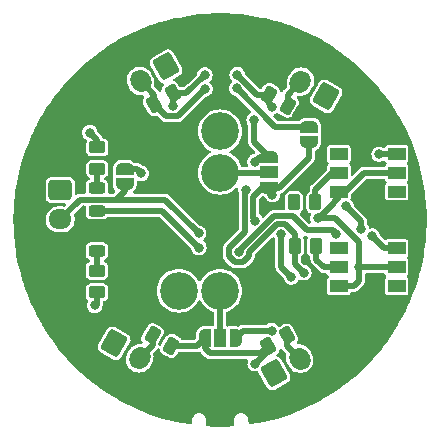
<source format=gbr>
%TF.GenerationSoftware,KiCad,Pcbnew,(7.0.0)*%
%TF.CreationDate,2023-06-29T20:54:47-07:00*%
%TF.ProjectId,glowprism_pipe_pcb,676c6f77-7072-4697-936d-5f706970655f,rev?*%
%TF.SameCoordinates,Original*%
%TF.FileFunction,Copper,L1,Top*%
%TF.FilePolarity,Positive*%
%FSLAX46Y46*%
G04 Gerber Fmt 4.6, Leading zero omitted, Abs format (unit mm)*
G04 Created by KiCad (PCBNEW (7.0.0)) date 2023-06-29 20:54:47*
%MOMM*%
%LPD*%
G01*
G04 APERTURE LIST*
G04 Aperture macros list*
%AMRoundRect*
0 Rectangle with rounded corners*
0 $1 Rounding radius*
0 $2 $3 $4 $5 $6 $7 $8 $9 X,Y pos of 4 corners*
0 Add a 4 corners polygon primitive as box body*
4,1,4,$2,$3,$4,$5,$6,$7,$8,$9,$2,$3,0*
0 Add four circle primitives for the rounded corners*
1,1,$1+$1,$2,$3*
1,1,$1+$1,$4,$5*
1,1,$1+$1,$6,$7*
1,1,$1+$1,$8,$9*
0 Add four rect primitives between the rounded corners*
20,1,$1+$1,$2,$3,$4,$5,0*
20,1,$1+$1,$4,$5,$6,$7,0*
20,1,$1+$1,$6,$7,$8,$9,0*
20,1,$1+$1,$8,$9,$2,$3,0*%
%AMHorizOval*
0 Thick line with rounded ends*
0 $1 width*
0 $2 $3 position (X,Y) of the first rounded end (center of the circle)*
0 $4 $5 position (X,Y) of the second rounded end (center of the circle)*
0 Add line between two ends*
20,1,$1,$2,$3,$4,$5,0*
0 Add two circle primitives to create the rounded ends*
1,1,$1,$2,$3*
1,1,$1,$4,$5*%
%AMFreePoly0*
4,1,19,0.500000,-0.750000,0.000000,-0.750000,0.000000,-0.744911,-0.071157,-0.744911,-0.207708,-0.704816,-0.327430,-0.627875,-0.420627,-0.520320,-0.479746,-0.390866,-0.500000,-0.250000,-0.500000,0.250000,-0.479746,0.390866,-0.420627,0.520320,-0.327430,0.627875,-0.207708,0.704816,-0.071157,0.744911,0.000000,0.744911,0.000000,0.750000,0.500000,0.750000,0.500000,-0.750000,0.500000,-0.750000,
$1*%
%AMFreePoly1*
4,1,19,0.000000,0.744911,0.071157,0.744911,0.207708,0.704816,0.327430,0.627875,0.420627,0.520320,0.479746,0.390866,0.500000,0.250000,0.500000,-0.250000,0.479746,-0.390866,0.420627,-0.520320,0.327430,-0.627875,0.207708,-0.704816,0.071157,-0.744911,0.000000,-0.744911,0.000000,-0.750000,-0.500000,-0.750000,-0.500000,0.750000,0.000000,0.750000,0.000000,0.744911,0.000000,0.744911,
$1*%
%AMFreePoly2*
4,1,19,0.550000,-0.750000,0.000000,-0.750000,0.000000,-0.744911,-0.071157,-0.744911,-0.207708,-0.704816,-0.327430,-0.627875,-0.420627,-0.520320,-0.479746,-0.390866,-0.500000,-0.250000,-0.500000,0.250000,-0.479746,0.390866,-0.420627,0.520320,-0.327430,0.627875,-0.207708,0.704816,-0.071157,0.744911,0.000000,0.744911,0.000000,0.750000,0.550000,0.750000,0.550000,-0.750000,0.550000,-0.750000,
$1*%
%AMFreePoly3*
4,1,19,0.000000,0.744911,0.071157,0.744911,0.207708,0.704816,0.327430,0.627875,0.420627,0.520320,0.479746,0.390866,0.500000,0.250000,0.500000,-0.250000,0.479746,-0.390866,0.420627,-0.520320,0.327430,-0.627875,0.207708,-0.704816,0.071157,-0.744911,0.000000,-0.744911,0.000000,-0.750000,-0.550000,-0.750000,-0.550000,0.750000,0.000000,0.750000,0.000000,0.744911,0.000000,0.744911,
$1*%
G04 Aperture macros list end*
%TA.AperFunction,SMDPad,CuDef*%
%ADD10FreePoly0,270.000000*%
%TD*%
%TA.AperFunction,SMDPad,CuDef*%
%ADD11FreePoly1,270.000000*%
%TD*%
%TA.AperFunction,SMDPad,CuDef*%
%ADD12RoundRect,0.250000X-0.262500X-0.450000X0.262500X-0.450000X0.262500X0.450000X-0.262500X0.450000X0*%
%TD*%
%TA.AperFunction,SMDPad,CuDef*%
%ADD13RoundRect,0.250000X-0.450000X0.262500X-0.450000X-0.262500X0.450000X-0.262500X0.450000X0.262500X0*%
%TD*%
%TA.AperFunction,SMDPad,CuDef*%
%ADD14FreePoly2,0.000000*%
%TD*%
%TA.AperFunction,SMDPad,CuDef*%
%ADD15R,1.000000X1.500000*%
%TD*%
%TA.AperFunction,SMDPad,CuDef*%
%ADD16FreePoly3,0.000000*%
%TD*%
%TA.AperFunction,SMDPad,CuDef*%
%ADD17FreePoly2,90.000000*%
%TD*%
%TA.AperFunction,SMDPad,CuDef*%
%ADD18R,1.500000X1.000000*%
%TD*%
%TA.AperFunction,SMDPad,CuDef*%
%ADD19FreePoly3,90.000000*%
%TD*%
%TA.AperFunction,SMDPad,CuDef*%
%ADD20FreePoly0,90.000000*%
%TD*%
%TA.AperFunction,SMDPad,CuDef*%
%ADD21FreePoly1,90.000000*%
%TD*%
%TA.AperFunction,ComponentPad*%
%ADD22C,3.200000*%
%TD*%
%TA.AperFunction,SMDPad,CuDef*%
%ADD23RoundRect,0.250000X0.450000X-0.262500X0.450000X0.262500X-0.450000X0.262500X-0.450000X-0.262500X0*%
%TD*%
%TA.AperFunction,SMDPad,CuDef*%
%ADD24RoundRect,0.250000X0.002332X0.520961X-0.452332X0.258461X-0.002332X-0.520961X0.452332X-0.258461X0*%
%TD*%
%TA.AperFunction,SMDPad,CuDef*%
%ADD25RoundRect,0.250000X0.452332X0.258461X-0.002332X0.520961X-0.452332X-0.258461X0.002332X-0.520961X0*%
%TD*%
%TA.AperFunction,SMDPad,CuDef*%
%ADD26RoundRect,0.250000X-0.452332X-0.258461X0.002332X-0.520961X0.452332X0.258461X-0.002332X0.520961X0*%
%TD*%
%TA.AperFunction,SMDPad,CuDef*%
%ADD27RoundRect,0.250000X-0.002332X-0.520961X0.452332X-0.258461X0.002332X0.520961X-0.452332X0.258461X0*%
%TD*%
%TA.AperFunction,SMDPad,CuDef*%
%ADD28RoundRect,0.243750X-0.456250X0.243750X-0.456250X-0.243750X0.456250X-0.243750X0.456250X0.243750X0*%
%TD*%
%TA.AperFunction,SMDPad,CuDef*%
%ADD29RoundRect,0.243750X0.456250X-0.243750X0.456250X0.243750X-0.456250X0.243750X-0.456250X-0.243750X0*%
%TD*%
%TA.AperFunction,ComponentPad*%
%ADD30HorizOval,1.700000X-0.062500X0.108253X0.062500X-0.108253X0*%
%TD*%
%TA.AperFunction,ComponentPad*%
%ADD31RoundRect,0.250000X-0.157115X-0.927868X0.882115X-0.327868X0.157115X0.927868X-0.882115X0.327868X0*%
%TD*%
%TA.AperFunction,ComponentPad*%
%ADD32RoundRect,0.250000X0.882115X0.327868X-0.157115X0.927868X-0.882115X-0.327868X0.157115X-0.927868X0*%
%TD*%
%TA.AperFunction,ComponentPad*%
%ADD33HorizOval,1.700000X0.062500X0.108253X-0.062500X-0.108253X0*%
%TD*%
%TA.AperFunction,ComponentPad*%
%ADD34HorizOval,1.700000X-0.062500X-0.108253X0.062500X0.108253X0*%
%TD*%
%TA.AperFunction,ComponentPad*%
%ADD35RoundRect,0.250000X-0.882115X-0.327868X0.157115X-0.927868X0.882115X0.327868X-0.157115X0.927868X0*%
%TD*%
%TA.AperFunction,ComponentPad*%
%ADD36RoundRect,0.250000X0.157115X0.927868X-0.882115X0.327868X-0.157115X-0.927868X0.882115X-0.327868X0*%
%TD*%
%TA.AperFunction,ComponentPad*%
%ADD37O,1.950000X1.700000*%
%TD*%
%TA.AperFunction,ComponentPad*%
%ADD38RoundRect,0.250000X-0.725000X0.600000X-0.725000X-0.600000X0.725000X-0.600000X0.725000X0.600000X0*%
%TD*%
%TA.AperFunction,ViaPad*%
%ADD39C,0.800000*%
%TD*%
%TA.AperFunction,Conductor*%
%ADD40C,0.500000*%
%TD*%
G04 APERTURE END LIST*
D10*
%TO.P,JP1,1,A*%
%TO.N,Net-(J4-Pin_2)*%
X7543800Y7904000D03*
D11*
%TO.P,JP1,2,B*%
%TO.N,DO*%
X7543800Y6604000D03*
%TD*%
D12*
%TO.P,R6,2*%
%TO.N,Net-(D2-DIN)*%
X8075300Y1498600D03*
%TO.P,R6,1*%
%TO.N,DO*%
X6250300Y1498600D03*
%TD*%
D13*
%TO.P,R8,2*%
%TO.N,Net-(D4-K)*%
X-10414000Y4308700D03*
%TO.P,R8,1*%
%TO.N,GND*%
X-10414000Y6133700D03*
%TD*%
D12*
%TO.P,R5,2*%
%TO.N,Net-(D1-DIN)*%
X8152900Y-2209800D03*
%TO.P,R5,1*%
%TO.N,DI*%
X6327900Y-2209800D03*
%TD*%
D14*
%TO.P,JP4,1,A*%
%TO.N,DI*%
X-1295400Y-10007600D03*
D15*
%TO.P,JP4,2,C*%
%TO.N,Net-(J7-Pin_2)*%
X4599Y-10007599D03*
D16*
%TO.P,JP4,3,B*%
%TO.N,DO*%
X1304600Y-10007600D03*
%TD*%
D17*
%TO.P,JP3,1,A*%
%TO.N,DO*%
X4150100Y2738600D03*
D18*
%TO.P,JP3,2,C*%
%TO.N,Net-(J6-Pin_2)*%
X4150099Y4038599D03*
D19*
%TO.P,JP3,3,B*%
%TO.N,DI*%
X4150100Y5338600D03*
%TD*%
D20*
%TO.P,JP2,1,A*%
%TO.N,Net-(J5-Pin_2)*%
X-8077200Y3018000D03*
D21*
%TO.P,JP2,2,B*%
%TO.N,DI*%
X-8077200Y4318000D03*
%TD*%
D22*
%TO.P,J7,1,Pin_1*%
%TO.N,GND*%
X-3500000Y-6000000D03*
%TO.P,J7,2,Pin_2*%
%TO.N,Net-(J7-Pin_2)*%
X0Y-6000000D03*
%TO.P,J7,3,Pin_3*%
%TO.N,VCC*%
X3500000Y-6000000D03*
%TD*%
%TO.P,J6,1,Pin_1*%
%TO.N,GND*%
X0Y7500000D03*
%TO.P,J6,2,Pin_2*%
%TO.N,Net-(J6-Pin_2)*%
X0Y4000000D03*
%TO.P,J6,3,Pin_3*%
%TO.N,VCC*%
X0Y500000D03*
%TD*%
D23*
%TO.P,R7,1*%
%TO.N,GND*%
X-10425600Y-6121800D03*
%TO.P,R7,2*%
%TO.N,Net-(D3-K)*%
X-10425600Y-4296800D03*
%TD*%
D24*
%TO.P,R1,2*%
%TO.N,DI*%
X4061152Y-10692450D03*
%TO.P,R1,1*%
%TO.N,Net-(J1-Pin_2)*%
X5641648Y-9779950D03*
%TD*%
D25*
%TO.P,R2,2*%
%TO.N,DI*%
X4137352Y10590850D03*
%TO.P,R2,1*%
%TO.N,Net-(J2-Pin_2)*%
X5717848Y9678350D03*
%TD*%
D26*
%TO.P,R3,2*%
%TO.N,DI*%
X-4137352Y-10667050D03*
%TO.P,R3,1*%
%TO.N,Net-(J3-Pin_2)*%
X-5717848Y-9754550D03*
%TD*%
D27*
%TO.P,R4,2*%
%TO.N,DI*%
X-4010352Y10717850D03*
%TO.P,R4,1*%
%TO.N,Net-(J4-Pin_2)*%
X-5590848Y9805350D03*
%TD*%
D18*
%TO.P,D1,1,DOUT*%
%TO.N,unconnected-(D1-DOUT-Pad1)*%
X10049999Y-2399999D03*
%TO.P,D1,2,DIN*%
%TO.N,Net-(D1-DIN)*%
X10049999Y-3999999D03*
%TO.P,D1,3,VCC*%
%TO.N,+5V*%
X10049999Y-5599999D03*
%TO.P,D1,4,NC*%
%TO.N,unconnected-(D1-NC-Pad4)*%
X14949999Y-5599999D03*
%TO.P,D1,5,VDD*%
%TO.N,+5V*%
X14949999Y-3999999D03*
%TO.P,D1,6,VSS*%
%TO.N,GND*%
X14949999Y-2399999D03*
%TD*%
%TO.P,D2,6,VSS*%
%TO.N,GND*%
X14949999Y5599999D03*
%TO.P,D2,5,VDD*%
%TO.N,+5V*%
X14949999Y3999999D03*
%TO.P,D2,4,NC*%
%TO.N,unconnected-(D2-NC-Pad4)*%
X14949999Y2399999D03*
%TO.P,D2,3,VCC*%
%TO.N,+5V*%
X10049999Y2399999D03*
%TO.P,D2,2,DIN*%
%TO.N,Net-(D2-DIN)*%
X10049999Y3999999D03*
%TO.P,D2,1,DOUT*%
%TO.N,unconnected-(D2-DOUT-Pad1)*%
X10049999Y5599999D03*
%TD*%
D28*
%TO.P,D4,1,K*%
%TO.N,Net-(D4-K)*%
X-10425600Y2662400D03*
%TO.P,D4,2,A*%
%TO.N,+5V*%
X-10425600Y787400D03*
%TD*%
D29*
%TO.P,D3,1,K*%
%TO.N,Net-(D3-K)*%
X-10425600Y-2641600D03*
%TO.P,D3,2,A*%
%TO.N,VCC*%
X-10425600Y-766600D03*
%TD*%
D30*
%TO.P,J1,3,Pin_3*%
%TO.N,VCC*%
X8900421Y-10495983D03*
%TO.P,J1,2,Pin_2*%
%TO.N,Net-(J1-Pin_2)*%
X6735358Y-11745983D03*
D31*
%TO.P,J1,1,Pin_1*%
%TO.N,GND*%
X4570295Y-12995984D03*
%TD*%
D32*
%TO.P,J2,1,Pin_1*%
%TO.N,GND*%
X8969705Y10455984D03*
D33*
%TO.P,J2,2,Pin_2*%
%TO.N,Net-(J2-Pin_2)*%
X6804640Y11705983D03*
%TO.P,J2,3,Pin_3*%
%TO.N,VCC*%
X4639577Y12955983D03*
%TD*%
D34*
%TO.P,J3,3,Pin_3*%
%TO.N,VCC*%
X-4639577Y-12955983D03*
%TO.P,J3,2,Pin_2*%
%TO.N,Net-(J3-Pin_2)*%
X-6804640Y-11705983D03*
D35*
%TO.P,J3,1,Pin_1*%
%TO.N,GND*%
X-8969705Y-10455984D03*
%TD*%
D36*
%TO.P,J4,1,Pin_1*%
%TO.N,GND*%
X-4570295Y12995984D03*
D30*
%TO.P,J4,2,Pin_2*%
%TO.N,Net-(J4-Pin_2)*%
X-6735358Y11745983D03*
%TO.P,J4,3,Pin_3*%
%TO.N,VCC*%
X-8900421Y10495983D03*
%TD*%
D37*
%TO.P,J5,3,Pin_3*%
%TO.N,VCC*%
X-13539999Y-2459999D03*
%TO.P,J5,2,Pin_2*%
%TO.N,Net-(J5-Pin_2)*%
X-13539999Y39999D03*
D38*
%TO.P,J5,1,Pin_1*%
%TO.N,GND*%
X-13540000Y2540000D03*
%TD*%
D39*
%TO.N,DO*%
X2955610Y-51784D03*
X5181600Y-1219200D03*
X6045200Y-4851400D03*
X4354328Y-9365134D03*
X4425532Y2133767D03*
%TO.N,VCC*%
X4191000Y-2473000D03*
%TO.N,DI*%
X2950713Y4935403D03*
X2173100Y2570535D03*
X4394200Y9550400D03*
X2875324Y8463324D03*
%TO.N,Net-(J4-Pin_2)*%
X-1278912Y11083312D03*
X1393212Y11146812D03*
%TO.N,DI*%
X-3962400Y9626600D03*
X7086600Y-4470400D03*
X2971800Y-12166600D03*
%TO.N,Net-(J5-Pin_2)*%
X10668000Y1143000D03*
X11938000Y-736600D03*
X9854500Y-1173876D03*
X1599700Y-2717800D03*
%TO.N,GND*%
X12877800Y-1371600D03*
X13462000Y5562600D03*
%TO.N,+5V*%
X11760200Y-3962400D03*
X8255000Y127000D03*
%TO.N,DI*%
X-1295400Y12268200D03*
X1447800Y12293600D03*
X-6680200Y3937000D03*
%TO.N,+5V*%
X-1803400Y-2336800D03*
%TO.N,GND*%
X-11023600Y7391400D03*
X-10617200Y-7239000D03*
%TO.N,Net-(J5-Pin_2)*%
X-1812312Y-1126512D03*
%TD*%
D40*
%TO.N,DO*%
X2776867Y762000D02*
X2776867Y126959D01*
X2776867Y126959D02*
X2955610Y-51784D01*
X2776867Y1972220D02*
X2776867Y762000D01*
X3543247Y2738600D02*
X2776867Y1972220D01*
X4150100Y2738600D02*
X3543247Y2738600D01*
X1947066Y-9365134D02*
X4354328Y-9365134D01*
X6045200Y-4851400D02*
X5181600Y-3987800D01*
X5181600Y-3987800D02*
X5181600Y-1219200D01*
X1304600Y-10007600D02*
X1947066Y-9365134D01*
X4425532Y2463168D02*
X4150100Y2738600D01*
X4425532Y2133767D02*
X4425532Y2463168D01*
%TO.N,VCC*%
X3500000Y-6000000D02*
X3500000Y-3164000D01*
X3500000Y-3164000D02*
X4191000Y-2473000D01*
%TO.N,DI*%
X749700Y-3086500D02*
X749700Y-2365718D01*
X1231000Y-3567800D02*
X749700Y-3086500D01*
X1951782Y-3567800D02*
X1231000Y-3567800D01*
X2449700Y-3069882D02*
X1951782Y-3567800D01*
X2449700Y-2749019D02*
X2449700Y-3069882D01*
X4829519Y-369200D02*
X2449700Y-2749019D01*
X5533682Y-369200D02*
X4829519Y-369200D01*
X6327900Y-1163418D02*
X5533682Y-369200D01*
X6327900Y-2209800D02*
X6327900Y-1163418D01*
X2076867Y-1038551D02*
X749700Y-2365718D01*
X2173100Y2570535D02*
X2076867Y2474302D01*
X2076867Y2474302D02*
X2076867Y-1038551D01*
X3353910Y5338600D02*
X2950713Y4935403D01*
X4150100Y5338600D02*
X3353910Y5338600D01*
X2875324Y8463324D02*
X2875324Y6613376D01*
X4137352Y9807248D02*
X4394200Y9550400D01*
X2875324Y6613376D02*
X4150100Y5338600D01*
X4137352Y10590850D02*
X4137352Y9807248D01*
%TO.N,Net-(J4-Pin_2)*%
X4636024Y7904000D02*
X1393212Y11146812D01*
X7543800Y7904000D02*
X4636024Y7904000D01*
X-4562098Y8776600D02*
X-5590848Y9805350D01*
X-3585624Y8776600D02*
X-4562098Y8776600D01*
X-1278912Y11083312D02*
X-3585624Y8776600D01*
%TO.N,DO*%
X5000100Y2738600D02*
X4150100Y2738600D01*
X7543800Y5282300D02*
X5000100Y2738600D01*
X7543800Y6604000D02*
X7543800Y5282300D01*
%TO.N,DI*%
X-4010352Y9674552D02*
X-3962400Y9626600D01*
X-4010352Y10717850D02*
X-4010352Y9674552D01*
%TO.N,Net-(D1-DIN)*%
X8800000Y-4000000D02*
X10050000Y-4000000D01*
X8152900Y-2209800D02*
X8152900Y-3352900D01*
X8152900Y-3352900D02*
X8800000Y-4000000D01*
%TO.N,Net-(J6-Pin_2)*%
X4111500Y4000000D02*
X4150100Y4038600D01*
X0Y4000000D02*
X4111500Y4000000D01*
%TO.N,DI*%
X6324600Y-2213100D02*
X6327900Y-2209800D01*
X6324600Y-3708400D02*
X6324600Y-2213100D01*
X7086600Y-4470400D02*
X6324600Y-3708400D01*
X4061152Y-11077248D02*
X2971800Y-12166600D01*
X4061152Y-10692450D02*
X4061152Y-11077248D01*
%TO.N,Net-(D2-DIN)*%
X9500000Y4000000D02*
X10050000Y4000000D01*
X8075300Y2575300D02*
X9500000Y4000000D01*
X8075300Y1498600D02*
X8075300Y2575300D01*
%TO.N,Net-(J5-Pin_2)*%
X11938000Y-127000D02*
X10668000Y1143000D01*
X9569624Y-889000D02*
X9854500Y-1173876D01*
X6146200Y330800D02*
X7366000Y-889000D01*
X7366000Y-889000D02*
X9569624Y-889000D01*
X4539569Y330800D02*
X6146200Y330800D01*
X1599700Y-2609069D02*
X4539569Y330800D01*
X1599700Y-2717800D02*
X1599700Y-2609069D01*
X11938000Y-736600D02*
X11938000Y-127000D01*
%TO.N,+5V*%
X9677400Y1549400D02*
X10050000Y1922000D01*
X9677400Y1398251D02*
X9677400Y1549400D01*
X8406149Y127000D02*
X9677400Y1398251D01*
X8255000Y127000D02*
X8406149Y127000D01*
%TO.N,GND*%
X13906200Y-2400000D02*
X12877800Y-1371600D01*
X14950000Y-2400000D02*
X13906200Y-2400000D01*
X13499400Y5600000D02*
X13462000Y5562600D01*
X14950000Y5600000D02*
X13499400Y5600000D01*
%TO.N,+5V*%
X12200000Y4000000D02*
X10600000Y2400000D01*
X10600000Y2400000D02*
X10050000Y2400000D01*
X14950000Y4000000D02*
X12200000Y4000000D01*
X11797800Y-4000000D02*
X11760200Y-3962400D01*
X14950000Y-4000000D02*
X11797800Y-4000000D01*
X11760200Y-5139800D02*
X11760200Y-3962400D01*
X10050000Y-5600000D02*
X11300000Y-5600000D01*
X11300000Y-5600000D02*
X11760200Y-5139800D01*
X11760200Y-1878200D02*
X11760200Y-3962400D01*
X9755000Y127000D02*
X11760200Y-1878200D01*
X8255000Y127000D02*
X9755000Y127000D01*
X10050000Y2400000D02*
X10050000Y1922000D01*
%TO.N,DI*%
X3476002Y-11277600D02*
X4061152Y-10692450D01*
X-875400Y-11277600D02*
X3476002Y-11277600D01*
X-1295400Y-10857600D02*
X-875400Y-11277600D01*
X-1295400Y-10007600D02*
X-1295400Y-10857600D01*
X-1954850Y-10667050D02*
X-1295400Y-10007600D01*
X-4137352Y-10667050D02*
X-1954850Y-10667050D01*
X3150550Y10590850D02*
X1447800Y12293600D01*
X4137352Y10590850D02*
X3150550Y10590850D01*
X-2845750Y10717850D02*
X-1295400Y12268200D01*
X-4010352Y10717850D02*
X-2845750Y10717850D01*
X-7061200Y4318000D02*
X-6680200Y3937000D01*
X-8077200Y4318000D02*
X-7061200Y4318000D01*
%TO.N,Net-(J5-Pin_2)*%
X-8839200Y1724900D02*
X-4663724Y1724900D01*
X-11855100Y1724900D02*
X-8839200Y1724900D01*
X-8077200Y3018000D02*
X-8077200Y2486900D01*
X-8077200Y2486900D02*
X-8839200Y1724900D01*
%TO.N,Net-(J7-Pin_2)*%
X0Y-6000000D02*
X0Y-10003000D01*
X0Y-10003000D02*
X4600Y-10007600D01*
%TO.N,+5V*%
X-6807200Y787400D02*
X-4927600Y787400D01*
X-4927600Y787400D02*
X-1803400Y-2336800D01*
X-10425600Y787400D02*
X-6807200Y787400D01*
%TO.N,Net-(D4-K)*%
X-10425600Y4297100D02*
X-10414000Y4308700D01*
X-10425600Y2662400D02*
X-10425600Y4297100D01*
%TO.N,Net-(D3-K)*%
X-10425600Y-2641600D02*
X-10425600Y-4296800D01*
%TO.N,GND*%
X-10414000Y6781800D02*
X-11023600Y7391400D01*
X-10414000Y6133700D02*
X-10414000Y6781800D01*
X-10425600Y-7047400D02*
X-10617200Y-7239000D01*
X-10425600Y-6121800D02*
X-10425600Y-7047400D01*
%TO.N,Net-(J5-Pin_2)*%
X-13540000Y40000D02*
X-11855100Y1724900D01*
X-4663724Y1724900D02*
X-1812312Y-1126512D01*
%TO.N,Net-(J4-Pin_2)*%
X-5590848Y10601473D02*
X-6735359Y11745984D01*
X-5590848Y9805350D02*
X-5590848Y10601473D01*
%TO.N,Net-(J1-Pin_2)*%
X5641648Y-10652273D02*
X6735359Y-11745984D01*
X5641648Y-9779950D02*
X5641648Y-10652273D01*
%TO.N,Net-(J3-Pin_2)*%
X-5717848Y-9754550D02*
X-5717848Y-10619191D01*
X-5717848Y-10619191D02*
X-6804641Y-11705984D01*
%TO.N,Net-(J2-Pin_2)*%
X5717848Y10619191D02*
X6804641Y11705984D01*
X5717848Y9678350D02*
X5717848Y10619191D01*
%TD*%
%TA.AperFunction,Conductor*%
%TO.N,VCC*%
G36*
X227622Y17494573D02*
G01*
X602571Y17485637D01*
X605478Y17485533D01*
X1054330Y17464293D01*
X1057326Y17464115D01*
X1431344Y17437331D01*
X1434196Y17437094D01*
X1881626Y17394653D01*
X1884657Y17394328D01*
X2256975Y17349755D01*
X2259766Y17349388D01*
X2704660Y17285851D01*
X2707717Y17285376D01*
X3077431Y17223127D01*
X3080157Y17222637D01*
X3521682Y17138117D01*
X3524759Y17137487D01*
X3890964Y17057720D01*
X3893617Y17057112D01*
X4330787Y16951785D01*
X4333876Y16950998D01*
X4695720Y16853914D01*
X4698297Y16853193D01*
X5130088Y16727295D01*
X5133180Y16726349D01*
X5489929Y16612155D01*
X5492425Y16611327D01*
X5917865Y16465131D01*
X5920953Y16464024D01*
X6271734Y16333010D01*
X6274144Y16332081D01*
X6692331Y16165886D01*
X6695406Y16164616D01*
X7039431Y16017087D01*
X7041751Y16016064D01*
X7451687Y15830256D01*
X7454741Y15828822D01*
X7791286Y15665102D01*
X7793514Y15663990D01*
X8194357Y15458937D01*
X8197379Y15457338D01*
X8525529Y15277886D01*
X8527661Y15276692D01*
X8918513Y15052836D01*
X8921497Y15051072D01*
X9240600Y14856265D01*
X9242633Y14854996D01*
X9622651Y14612800D01*
X9625587Y14610870D01*
X9934781Y14401263D01*
X9936714Y14399926D01*
X10305110Y14139861D01*
X10307988Y14137767D01*
X10606661Y13913805D01*
X10608491Y13912406D01*
X10964361Y13635079D01*
X10967173Y13632821D01*
X11254609Y13395073D01*
X11256335Y13393619D01*
X11598961Y13099556D01*
X11601697Y13097136D01*
X11877223Y12846197D01*
X11878844Y12844694D01*
X12207392Y12534572D01*
X12210044Y12531993D01*
X12473105Y12268409D01*
X12474620Y12266864D01*
X12788350Y11941343D01*
X12790909Y11938607D01*
X13040885Y11663043D01*
X13042294Y11661463D01*
X13340522Y11321210D01*
X13342978Y11318320D01*
X13579317Y11031431D01*
X13580620Y11029822D01*
X13862673Y10675550D01*
X13865017Y10672510D01*
X14087143Y10375059D01*
X14088341Y10373427D01*
X14353596Y10005854D01*
X14355820Y10002668D01*
X14563269Y9695346D01*
X14564362Y9693699D01*
X14812171Y9313656D01*
X14814267Y9310328D01*
X15006633Y8993811D01*
X15007623Y8992153D01*
X15237425Y8600423D01*
X15239383Y8596960D01*
X15416192Y8272114D01*
X15417080Y8270452D01*
X15628361Y7867817D01*
X15630173Y7864223D01*
X15791045Y7531861D01*
X15791833Y7530200D01*
X15984101Y7117483D01*
X15985760Y7113765D01*
X16130382Y6774661D01*
X16131073Y6773008D01*
X16303838Y6351127D01*
X16305335Y6347290D01*
X16433415Y6002279D01*
X16434011Y6000639D01*
X16586856Y5570461D01*
X16588184Y5566514D01*
X16699502Y5216357D01*
X16700005Y5214735D01*
X16832508Y4777279D01*
X16833661Y4773228D01*
X16927995Y4418825D01*
X16928409Y4417226D01*
X17040277Y3973238D01*
X17041246Y3969092D01*
X17118390Y3611518D01*
X17118719Y3609947D01*
X17209659Y3160268D01*
X17210438Y3156035D01*
X17270314Y2796056D01*
X17270560Y2794517D01*
X17340271Y2340207D01*
X17340856Y2335895D01*
X17383427Y1974214D01*
X17383594Y1972712D01*
X17431830Y1514891D01*
X17432214Y1510510D01*
X17457439Y1148179D01*
X17457532Y1146716D01*
X17484134Y686059D01*
X17484310Y681619D01*
X17492219Y319656D01*
X17492242Y318237D01*
X17497052Y-144238D01*
X17497018Y-148729D01*
X17487701Y-509573D01*
X17487658Y-510945D01*
X17470560Y-974288D01*
X17470309Y-978818D01*
X17443903Y-1337552D01*
X17443799Y-1338873D01*
X17404721Y-1802079D01*
X17404251Y-1806639D01*
X17360933Y-2162485D01*
X17360772Y-2163754D01*
X17299676Y-2625852D01*
X17298984Y-2630430D01*
X17239019Y-2982307D01*
X17238805Y-2983522D01*
X17155652Y-3443773D01*
X17154735Y-3448358D01*
X17078422Y-3795396D01*
X17078161Y-3796554D01*
X16973001Y-4253865D01*
X16971855Y-4258446D01*
X16879511Y-4599920D01*
X16879221Y-4600974D01*
X16839816Y-4741546D01*
X16752118Y-5054393D01*
X16750742Y-5058960D01*
X16642781Y-5393944D01*
X16642441Y-5394983D01*
X16493494Y-5843556D01*
X16491888Y-5848096D01*
X16368819Y-6175620D01*
X16368447Y-6176599D01*
X16197707Y-6619595D01*
X16195869Y-6624097D01*
X16058206Y-6943365D01*
X16057806Y-6944282D01*
X15865448Y-7380684D01*
X15863380Y-7385136D01*
X15711689Y-7695385D01*
X15711266Y-7696240D01*
X15497439Y-8125181D01*
X15495140Y-8129571D01*
X15330257Y-8429663D01*
X15329818Y-8430457D01*
X15094509Y-8851399D01*
X15091980Y-8855715D01*
X14914522Y-9145109D01*
X14914070Y-9145841D01*
X14657603Y-9557637D01*
X14654847Y-9561867D01*
X14465665Y-9839744D01*
X14465204Y-9840416D01*
X14187643Y-10242404D01*
X14184663Y-10246537D01*
X13984774Y-10512007D01*
X13984310Y-10512619D01*
X13685739Y-10904080D01*
X13682537Y-10908102D01*
X13473011Y-11160397D01*
X13472549Y-11160951D01*
X13152995Y-11541209D01*
X13149574Y-11545110D01*
X12931594Y-11783495D01*
X12931138Y-11783992D01*
X12590627Y-12152336D01*
X12586993Y-12156104D01*
X12361724Y-12380035D01*
X12361278Y-12380476D01*
X11999906Y-12736084D01*
X11996063Y-12739708D01*
X11765311Y-12948200D01*
X11764878Y-12948589D01*
X11382110Y-13291183D01*
X11378065Y-13294650D01*
X11143725Y-13486920D01*
X11143311Y-13487258D01*
X10738686Y-13816333D01*
X10734444Y-13819633D01*
X10498592Y-13995030D01*
X10498199Y-13995321D01*
X10071085Y-14310351D01*
X10066653Y-14313473D01*
X9831782Y-14471339D01*
X9831415Y-14471584D01*
X9380767Y-14772156D01*
X9376153Y-14775089D01*
X9145988Y-14914350D01*
X9145649Y-14914554D01*
X8669320Y-15200684D01*
X8664531Y-15203418D01*
X8443657Y-15323069D01*
X8443350Y-15323235D01*
X7938304Y-15594991D01*
X7933350Y-15597515D01*
X7727946Y-15696434D01*
X7727673Y-15696565D01*
X7189437Y-15954152D01*
X7184327Y-15956457D01*
X7003280Y-16033247D01*
X7003044Y-16033347D01*
X6424368Y-16277379D01*
X6419110Y-16279456D01*
X6276952Y-16331910D01*
X6276755Y-16331983D01*
X5644830Y-16563938D01*
X5639436Y-16565778D01*
X5562522Y-16590062D01*
X5562366Y-16590111D01*
X4853447Y-16812913D01*
X4847814Y-16814538D01*
X4053335Y-17023527D01*
X4047632Y-17024884D01*
X3244149Y-17196091D01*
X3238387Y-17197177D01*
X2554994Y-17309324D01*
X2488890Y-17302104D01*
X2436022Y-17261770D01*
X2411593Y-17199923D01*
X2393196Y-17024886D01*
X2379411Y-16893732D01*
X2379408Y-16893726D01*
X2371797Y-16821317D01*
X2322290Y-16684150D01*
X2241395Y-16562818D01*
X2133813Y-16464370D01*
X2127232Y-16460779D01*
X2127227Y-16460776D01*
X2012384Y-16398122D01*
X2012383Y-16398121D01*
X2005798Y-16394529D01*
X1979572Y-16387615D01*
X1955126Y-16381170D01*
X1864789Y-16357354D01*
X1857291Y-16357233D01*
X1857290Y-16357233D01*
X1726482Y-16355125D01*
X1726474Y-16355125D01*
X1718980Y-16355005D01*
X1711669Y-16356682D01*
X1711664Y-16356683D01*
X1584158Y-16385940D01*
X1584154Y-16385941D01*
X1576847Y-16387618D01*
X1570152Y-16390995D01*
X1570150Y-16390996D01*
X1453345Y-16449919D01*
X1453341Y-16449921D01*
X1446648Y-16453298D01*
X1440955Y-16458179D01*
X1440952Y-16458182D01*
X1341647Y-16543342D01*
X1341641Y-16543348D01*
X1335951Y-16548228D01*
X1331594Y-16554327D01*
X1331589Y-16554333D01*
X1255549Y-16660786D01*
X1255547Y-16660789D01*
X1251188Y-16666892D01*
X1248417Y-16673856D01*
X1248414Y-16673863D01*
X1200059Y-16795422D01*
X1200057Y-16795426D01*
X1197287Y-16802392D01*
X1196263Y-16809817D01*
X1196262Y-16809824D01*
X1184702Y-16893719D01*
X1177380Y-16946854D01*
X1178163Y-16954306D01*
X1178163Y-16954314D01*
X1184988Y-17019260D01*
X1184989Y-17019268D01*
X1184989Y-17019270D01*
X1214716Y-17302105D01*
X1217226Y-17325981D01*
X1206193Y-17391550D01*
X1162874Y-17441993D01*
X1099725Y-17462806D01*
X511741Y-17490433D01*
X508105Y-17490551D01*
X246517Y-17495159D01*
X244333Y-17495178D01*
X-244333Y-17495178D01*
X-246517Y-17495159D01*
X-508105Y-17490551D01*
X-511741Y-17490433D01*
X-1099725Y-17462806D01*
X-1162874Y-17441993D01*
X-1206193Y-17391550D01*
X-1217226Y-17325981D01*
X-1214716Y-17302105D01*
X-1184989Y-17019270D01*
X-1184989Y-17019268D01*
X-1184988Y-17019260D01*
X-1178161Y-16954312D01*
X-1178161Y-16954304D01*
X-1177378Y-16946854D01*
X-1179776Y-16929452D01*
X-1196261Y-16809824D01*
X-1196262Y-16809818D01*
X-1197286Y-16802391D01*
X-1200056Y-16795427D01*
X-1200058Y-16795420D01*
X-1248413Y-16673861D01*
X-1248416Y-16673854D01*
X-1251187Y-16666890D01*
X-1255543Y-16660790D01*
X-1255548Y-16660783D01*
X-1331587Y-16554331D01*
X-1331592Y-16554325D01*
X-1335949Y-16548226D01*
X-1341639Y-16543346D01*
X-1341645Y-16543340D01*
X-1440951Y-16458179D01*
X-1440954Y-16458176D01*
X-1446647Y-16453295D01*
X-1453340Y-16449918D01*
X-1453344Y-16449916D01*
X-1570150Y-16390992D01*
X-1570155Y-16390989D01*
X-1576846Y-16387615D01*
X-1584153Y-16385938D01*
X-1584157Y-16385937D01*
X-1711664Y-16356680D01*
X-1711669Y-16356679D01*
X-1718980Y-16355002D01*
X-1726475Y-16355122D01*
X-1726483Y-16355122D01*
X-1857290Y-16357230D01*
X-1857291Y-16357230D01*
X-1864789Y-16357351D01*
X-2005799Y-16394527D01*
X-2012384Y-16398119D01*
X-2012385Y-16398120D01*
X-2071419Y-16430327D01*
X-2133815Y-16464368D01*
X-2174416Y-16501522D01*
X-2235864Y-16557753D01*
X-2235866Y-16557755D01*
X-2241396Y-16562816D01*
X-2322291Y-16684149D01*
X-2371799Y-16821316D01*
X-2379408Y-16893719D01*
X-2379409Y-16893725D01*
X-2379411Y-16893732D01*
X-2411593Y-17199923D01*
X-2436022Y-17261771D01*
X-2488890Y-17302105D01*
X-2554994Y-17309325D01*
X-3238383Y-17197178D01*
X-3244145Y-17196092D01*
X-4047628Y-17024886D01*
X-4053331Y-17023529D01*
X-4847817Y-16814539D01*
X-4853450Y-16812914D01*
X-5562373Y-16590111D01*
X-5562529Y-16590062D01*
X-5639439Y-16565779D01*
X-5644833Y-16563939D01*
X-6276602Y-16332041D01*
X-6276799Y-16331968D01*
X-6419122Y-16279453D01*
X-6424379Y-16277376D01*
X-7002462Y-16033595D01*
X-7002699Y-16033495D01*
X-7184351Y-15956448D01*
X-7189461Y-15954143D01*
X-7727337Y-15696729D01*
X-7727610Y-15696598D01*
X-7933365Y-15597510D01*
X-7938319Y-15594986D01*
X-8443102Y-15323371D01*
X-8443410Y-15323205D01*
X-8664539Y-15203415D01*
X-8669327Y-15200681D01*
X-9145646Y-14914558D01*
X-9145985Y-14914354D01*
X-9376151Y-14775093D01*
X-9380765Y-14772161D01*
X-9831591Y-14471471D01*
X-9831958Y-14471224D01*
X-10066636Y-14313487D01*
X-10071068Y-14310366D01*
X-10498186Y-13995334D01*
X-10498579Y-13995043D01*
X-10734443Y-13819637D01*
X-10738685Y-13816337D01*
X-11143309Y-13487263D01*
X-11143723Y-13486925D01*
X-11378063Y-13294655D01*
X-11382108Y-13291188D01*
X-11764864Y-12948605D01*
X-11765297Y-12948216D01*
X-11996049Y-12739724D01*
X-11999891Y-12736101D01*
X-12361430Y-12380331D01*
X-12361877Y-12379889D01*
X-12586981Y-12156121D01*
X-12590615Y-12152353D01*
X-12931169Y-11783963D01*
X-12931625Y-11783466D01*
X-13149573Y-11545116D01*
X-13152994Y-11541215D01*
X-13472585Y-11160912D01*
X-13473047Y-11160358D01*
X-13682528Y-10908118D01*
X-13685730Y-10904096D01*
X-13786619Y-10771819D01*
X-10357324Y-10771819D01*
X-10340237Y-10914723D01*
X-10283583Y-11047026D01*
X-10191949Y-11158006D01*
X-10143529Y-11193362D01*
X-9021381Y-11841233D01*
X-8966552Y-11865489D01*
X-8824623Y-11889357D01*
X-8681719Y-11872269D01*
X-8673570Y-11868779D01*
X-8673568Y-11868779D01*
X-8669038Y-11866839D01*
X-7971395Y-11866839D01*
X-7941484Y-12074869D01*
X-7872745Y-12273481D01*
X-7767660Y-12455493D01*
X-7630028Y-12614329D01*
X-7464823Y-12744248D01*
X-7278017Y-12840553D01*
X-7076360Y-12899765D01*
X-6867142Y-12919743D01*
X-6657924Y-12899765D01*
X-6456267Y-12840553D01*
X-6269460Y-12744248D01*
X-6104255Y-12614330D01*
X-6076470Y-12582264D01*
X-5970489Y-12459956D01*
X-5970487Y-12459953D01*
X-5966623Y-12455494D01*
X-5886069Y-12315970D01*
X-5764343Y-12105136D01*
X-5764337Y-12105124D01*
X-5762868Y-12102580D01*
X-5761647Y-12099908D01*
X-5761641Y-12099895D01*
X-5699890Y-11964678D01*
X-5697437Y-11959307D01*
X-5680212Y-11888303D01*
X-5649280Y-11760800D01*
X-5649279Y-11760797D01*
X-5647888Y-11755061D01*
X-5645130Y-11697168D01*
X-5638167Y-11551019D01*
X-5638167Y-11551012D01*
X-5637887Y-11545129D01*
X-5638725Y-11539296D01*
X-5638726Y-11539288D01*
X-5666524Y-11345952D01*
X-5661440Y-11289146D01*
X-5631467Y-11240624D01*
X-5411419Y-11020576D01*
X-5400809Y-11012026D01*
X-5400885Y-11011939D01*
X-5394176Y-11006125D01*
X-5386720Y-11001334D01*
X-5380915Y-10994635D01*
X-5380913Y-10994633D01*
X-5354202Y-10963806D01*
X-5348170Y-10957327D01*
X-5341763Y-10950920D01*
X-5338628Y-10947785D01*
X-5335971Y-10944236D01*
X-5335967Y-10944231D01*
X-5330543Y-10936985D01*
X-5324987Y-10930089D01*
X-5321137Y-10925646D01*
X-5304864Y-10906866D01*
X-5258877Y-10873622D01*
X-5202895Y-10864345D01*
X-5148642Y-10880979D01*
X-5107480Y-10920040D01*
X-5088029Y-10973348D01*
X-5078101Y-11056382D01*
X-5021446Y-11188685D01*
X-4929812Y-11299665D01*
X-4881393Y-11335021D01*
X-4343811Y-11645392D01*
X-4288983Y-11669648D01*
X-4147054Y-11693516D01*
X-4004149Y-11676428D01*
X-3996000Y-11672938D01*
X-3995998Y-11672938D01*
X-3879995Y-11623263D01*
X-3871847Y-11619774D01*
X-3860897Y-11610733D01*
X-3766846Y-11533078D01*
X-3766843Y-11533075D01*
X-3760866Y-11528140D01*
X-3756292Y-11521877D01*
X-3756290Y-11521874D01*
X-3727471Y-11482405D01*
X-3725511Y-11479721D01*
X-3581074Y-11229549D01*
X-3535688Y-11184163D01*
X-3473688Y-11167550D01*
X-2021994Y-11167550D01*
X-2008444Y-11169006D01*
X-2008436Y-11168891D01*
X-1999589Y-11169523D01*
X-1990923Y-11171409D01*
X-1941388Y-11167865D01*
X-1932542Y-11167550D01*
X-1923486Y-11167550D01*
X-1919051Y-11167550D01*
X-1905687Y-11165628D01*
X-1896902Y-11164683D01*
X-1847367Y-11161141D01*
X-1839054Y-11158040D01*
X-1830390Y-11156156D01*
X-1830365Y-11156270D01*
X-1829650Y-11156088D01*
X-1829684Y-11155976D01*
X-1821174Y-11153477D01*
X-1812393Y-11152215D01*
X-1804322Y-11148529D01*
X-1803072Y-11148162D01*
X-1756345Y-11143701D01*
X-1711308Y-11156928D01*
X-1675363Y-11185200D01*
X-1674621Y-11186193D01*
X-1667451Y-11193362D01*
X-1665074Y-11195739D01*
X-1659053Y-11202204D01*
X-1626528Y-11239743D01*
X-1619067Y-11244537D01*
X-1612361Y-11250349D01*
X-1612436Y-11250436D01*
X-1601830Y-11258982D01*
X-1276782Y-11584030D01*
X-1268236Y-11594636D01*
X-1268149Y-11594561D01*
X-1262337Y-11601267D01*
X-1257543Y-11608728D01*
X-1220004Y-11641253D01*
X-1213542Y-11647270D01*
X-1203993Y-11656821D01*
X-1193175Y-11664918D01*
X-1186303Y-11670455D01*
X-1148773Y-11702977D01*
X-1140701Y-11706662D01*
X-1133245Y-11711455D01*
X-1133308Y-11711554D01*
X-1132674Y-11711930D01*
X-1132619Y-11711828D01*
X-1124833Y-11716078D01*
X-1117731Y-11721396D01*
X-1071187Y-11738755D01*
X-1063047Y-11742126D01*
X-1017857Y-11762765D01*
X-1009075Y-11764027D01*
X-1000569Y-11766525D01*
X-1000602Y-11766637D01*
X-999884Y-11766820D01*
X-999860Y-11766706D01*
X-991193Y-11768590D01*
X-982883Y-11771691D01*
X-933349Y-11775233D01*
X-924562Y-11776178D01*
X-911199Y-11778100D01*
X-897708Y-11778100D01*
X-888861Y-11778415D01*
X-839327Y-11781959D01*
X-830660Y-11780073D01*
X-821814Y-11779441D01*
X-821805Y-11779556D01*
X-808256Y-11778100D01*
X2243783Y-11778100D01*
X2301409Y-11792303D01*
X2345833Y-11831660D01*
X2366879Y-11887153D01*
X2359725Y-11946070D01*
X2338224Y-12002764D01*
X2338222Y-12002768D01*
X2335563Y-12009782D01*
X2334659Y-12017222D01*
X2334658Y-12017229D01*
X2324295Y-12102580D01*
X2316522Y-12166600D01*
X2317426Y-12174045D01*
X2334658Y-12315970D01*
X2334659Y-12315975D01*
X2335563Y-12323418D01*
X2338222Y-12330431D01*
X2338223Y-12330432D01*
X2387344Y-12459955D01*
X2391580Y-12471123D01*
X2395843Y-12477299D01*
X2468297Y-12582268D01*
X2481317Y-12601130D01*
X2599560Y-12705883D01*
X2739435Y-12779296D01*
X2892815Y-12817100D01*
X3043285Y-12817100D01*
X3050785Y-12817100D01*
X3088317Y-12807849D01*
X3143335Y-12806862D01*
X3193361Y-12829777D01*
X3228547Y-12872082D01*
X3229453Y-12873866D01*
X3230798Y-12876906D01*
X3232454Y-12879774D01*
X3232460Y-12879786D01*
X4002012Y-14212687D01*
X4003671Y-14215560D01*
X4005616Y-14218224D01*
X4005624Y-14218236D01*
X4034451Y-14257716D01*
X4034453Y-14257718D01*
X4039026Y-14263981D01*
X4045003Y-14268916D01*
X4045006Y-14268919D01*
X4143171Y-14349971D01*
X4150007Y-14355615D01*
X4158155Y-14359104D01*
X4274158Y-14408779D01*
X4274160Y-14408779D01*
X4282309Y-14412269D01*
X4425213Y-14429357D01*
X4567142Y-14405489D01*
X4621971Y-14381235D01*
X5744118Y-13733361D01*
X5792539Y-13698006D01*
X5884173Y-13587026D01*
X5940827Y-13454723D01*
X5957914Y-13311819D01*
X5934047Y-13169890D01*
X5909792Y-13115062D01*
X5136919Y-11776408D01*
X5134970Y-11773739D01*
X5134965Y-11773731D01*
X5106138Y-11734251D01*
X5106136Y-11734249D01*
X5101564Y-11727987D01*
X5095585Y-11723050D01*
X5095583Y-11723048D01*
X4997418Y-11641996D01*
X4997415Y-11641994D01*
X4990583Y-11636353D01*
X4982436Y-11632864D01*
X4982434Y-11632863D01*
X4866428Y-11583187D01*
X4866423Y-11583185D01*
X4858281Y-11579699D01*
X4849483Y-11578646D01*
X4848789Y-11578461D01*
X4789877Y-11542910D01*
X4758988Y-11481426D01*
X4765632Y-11412940D01*
X4807762Y-11358543D01*
X4853612Y-11325065D01*
X4945246Y-11214085D01*
X5001901Y-11081782D01*
X5011022Y-11005498D01*
X5030473Y-10952190D01*
X5071635Y-10913129D01*
X5125888Y-10896495D01*
X5181871Y-10905772D01*
X5227857Y-10939017D01*
X5243723Y-10957327D01*
X5248783Y-10963167D01*
X5254336Y-10970058D01*
X5262427Y-10980866D01*
X5265563Y-10984002D01*
X5265564Y-10984003D01*
X5271970Y-10990409D01*
X5278002Y-10996888D01*
X5304713Y-11027715D01*
X5304715Y-11027717D01*
X5310520Y-11034416D01*
X5317976Y-11039207D01*
X5324685Y-11045021D01*
X5324609Y-11045108D01*
X5335219Y-11053658D01*
X5565161Y-11283600D01*
X5596864Y-11337763D01*
X5597985Y-11400513D01*
X5579999Y-11474657D01*
X5579997Y-11474664D01*
X5578606Y-11480402D01*
X5578325Y-11486298D01*
X5578325Y-11486299D01*
X5568885Y-11684442D01*
X5568885Y-11684449D01*
X5568605Y-11690334D01*
X5569443Y-11696167D01*
X5569444Y-11696173D01*
X5597674Y-11892513D01*
X5597675Y-11892518D01*
X5598516Y-11898365D01*
X5600448Y-11903947D01*
X5600449Y-11903951D01*
X5634649Y-12002764D01*
X5667256Y-12096975D01*
X5670211Y-12102093D01*
X5846242Y-12406989D01*
X5871011Y-12449889D01*
X5962374Y-12578190D01*
X6114482Y-12723224D01*
X6291288Y-12836851D01*
X6486403Y-12914962D01*
X6658854Y-12948200D01*
X6686979Y-12953621D01*
X6686980Y-12953621D01*
X6692775Y-12954738D01*
X6897042Y-12954738D01*
X6902945Y-12954738D01*
X7109317Y-12914963D01*
X7304432Y-12836850D01*
X7481239Y-12723224D01*
X7633346Y-12578189D01*
X7755256Y-12406989D01*
X7842563Y-12215813D01*
X7892112Y-12011566D01*
X7902113Y-11801634D01*
X7872202Y-11593604D01*
X7803462Y-11394993D01*
X7599707Y-11042079D01*
X7508344Y-10913778D01*
X7453540Y-10861522D01*
X7360514Y-10772822D01*
X7360513Y-10772821D01*
X7356237Y-10768744D01*
X7345913Y-10762109D01*
X7184405Y-10658314D01*
X7184403Y-10658313D01*
X7179430Y-10655117D01*
X7173946Y-10652921D01*
X7173943Y-10652920D01*
X6989797Y-10579200D01*
X6989791Y-10579198D01*
X6984315Y-10577006D01*
X6978520Y-10575889D01*
X6978513Y-10575887D01*
X6783739Y-10538348D01*
X6783738Y-10538347D01*
X6777943Y-10537231D01*
X6772050Y-10537230D01*
X6772040Y-10537230D01*
X6594363Y-10537230D01*
X6527946Y-10517942D01*
X6482190Y-10466079D01*
X6471331Y-10397775D01*
X6498744Y-10334282D01*
X6525742Y-10301585D01*
X6582397Y-10169282D01*
X6599484Y-10026378D01*
X6575617Y-9884449D01*
X6551362Y-9829621D01*
X6053489Y-8967281D01*
X6051540Y-8964612D01*
X6051535Y-8964604D01*
X6022708Y-8925124D01*
X6022706Y-8925122D01*
X6018134Y-8918860D01*
X6012155Y-8913923D01*
X6012153Y-8913921D01*
X5913988Y-8832869D01*
X5913985Y-8832867D01*
X5907153Y-8827226D01*
X5899006Y-8823737D01*
X5899004Y-8823736D01*
X5783001Y-8774061D01*
X5782994Y-8774059D01*
X5774851Y-8770572D01*
X5766048Y-8769519D01*
X5766047Y-8769519D01*
X5640752Y-8754537D01*
X5631946Y-8753484D01*
X5623205Y-8754953D01*
X5623199Y-8754954D01*
X5497664Y-8776065D01*
X5497656Y-8776067D01*
X5490017Y-8777352D01*
X5482926Y-8780488D01*
X5482925Y-8780489D01*
X5438229Y-8800260D01*
X5438210Y-8800269D01*
X5435189Y-8801606D01*
X5432327Y-8803258D01*
X5432308Y-8803268D01*
X5048442Y-9024894D01*
X4989771Y-9041462D01*
X4930296Y-9028067D01*
X4884392Y-8987947D01*
X4849070Y-8936774D01*
X4849069Y-8936773D01*
X4844811Y-8930604D01*
X4810054Y-8899812D01*
X4732184Y-8830826D01*
X4732180Y-8830823D01*
X4726568Y-8825851D01*
X4719923Y-8822363D01*
X4719921Y-8822362D01*
X4593334Y-8755923D01*
X4593330Y-8755921D01*
X4586693Y-8752438D01*
X4579415Y-8750644D01*
X4579412Y-8750643D01*
X4440595Y-8716428D01*
X4440588Y-8716427D01*
X4433313Y-8714634D01*
X4275343Y-8714634D01*
X4268068Y-8716426D01*
X4268060Y-8716428D01*
X4129243Y-8750643D01*
X4129237Y-8750644D01*
X4121963Y-8752438D01*
X4115328Y-8755920D01*
X4115321Y-8755923D01*
X3988731Y-8822364D01*
X3988728Y-8822365D01*
X3982088Y-8825851D01*
X3973510Y-8833450D01*
X3935257Y-8856576D01*
X3891285Y-8864634D01*
X2014210Y-8864634D01*
X2000660Y-8863177D01*
X2000652Y-8863293D01*
X1991803Y-8862659D01*
X1983139Y-8860775D01*
X1974297Y-8861407D01*
X1974292Y-8861407D01*
X1933605Y-8864318D01*
X1924758Y-8864634D01*
X1911267Y-8864634D01*
X1906885Y-8865263D01*
X1906883Y-8865264D01*
X1897910Y-8866554D01*
X1889120Y-8867499D01*
X1848428Y-8870410D01*
X1848426Y-8870410D01*
X1839583Y-8871043D01*
X1831274Y-8874141D01*
X1822611Y-8876026D01*
X1822586Y-8875913D01*
X1821860Y-8876098D01*
X1821893Y-8876209D01*
X1813385Y-8878706D01*
X1804609Y-8879969D01*
X1796548Y-8883650D01*
X1796542Y-8883652D01*
X1759432Y-8900600D01*
X1751262Y-8903983D01*
X1738519Y-8908736D01*
X1713045Y-8918238D01*
X1713042Y-8918239D01*
X1704735Y-8921338D01*
X1697634Y-8926653D01*
X1689853Y-8930902D01*
X1689798Y-8930801D01*
X1689157Y-8931182D01*
X1689219Y-8931278D01*
X1681755Y-8936074D01*
X1673693Y-8939757D01*
X1666996Y-8945559D01*
X1666991Y-8945563D01*
X1636173Y-8972266D01*
X1629296Y-8977808D01*
X1622026Y-8983251D01*
X1622008Y-8983266D01*
X1618473Y-8985913D01*
X1615352Y-8989033D01*
X1615332Y-8989051D01*
X1611308Y-8993075D01*
X1554297Y-9025532D01*
X1488705Y-9024359D01*
X1452694Y-9013785D01*
X1452686Y-9013783D01*
X1448445Y-9012538D01*
X1444068Y-9011908D01*
X1444065Y-9011908D01*
X1380868Y-9002821D01*
X1380859Y-9002820D01*
X1376489Y-9002192D01*
X754600Y-9002192D01*
X748625Y-9003380D01*
X748620Y-9003381D01*
X656860Y-9021634D01*
X656522Y-9019935D01*
X629600Y-9025287D01*
X602689Y-9019937D01*
X602352Y-9021637D01*
X602341Y-9021634D01*
X602340Y-9021634D01*
X600316Y-9021231D01*
X593371Y-9018085D01*
X582173Y-9015859D01*
X579105Y-9014589D01*
X580139Y-9012090D01*
X549019Y-8997993D01*
X513289Y-8954460D01*
X500500Y-8899613D01*
X500500Y-7874444D01*
X510512Y-7825631D01*
X538930Y-7784701D01*
X581166Y-7758262D01*
X770689Y-7687574D01*
X1003011Y-7560716D01*
X1214915Y-7402087D01*
X1402087Y-7214915D01*
X1560716Y-7003011D01*
X1687574Y-6770689D01*
X1780077Y-6522678D01*
X1836343Y-6264026D01*
X1855227Y-6000000D01*
X1836343Y-5735974D01*
X1780077Y-5477322D01*
X1687574Y-5229311D01*
X1560716Y-4996989D01*
X1402087Y-4785085D01*
X1214915Y-4597913D01*
X1003011Y-4439284D01*
X993755Y-4434230D01*
X804939Y-4331128D01*
X770689Y-4312426D01*
X766546Y-4310880D01*
X766540Y-4310878D01*
X526831Y-4221472D01*
X522678Y-4219923D01*
X518346Y-4218980D01*
X518344Y-4218980D01*
X268359Y-4164599D01*
X268351Y-4164597D01*
X264026Y-4163657D01*
X259612Y-4163341D01*
X259603Y-4163340D01*
X4418Y-4145089D01*
X0Y-4144773D01*
X-4418Y-4145089D01*
X-259603Y-4163340D01*
X-259612Y-4163341D01*
X-264026Y-4163657D01*
X-268351Y-4164597D01*
X-268359Y-4164599D01*
X-518344Y-4218980D01*
X-518346Y-4218980D01*
X-522678Y-4219923D01*
X-526831Y-4221472D01*
X-766540Y-4310878D01*
X-766546Y-4310880D01*
X-770689Y-4312426D01*
X-804939Y-4331128D01*
X-993755Y-4434230D01*
X-1003011Y-4439284D01*
X-1214915Y-4597913D01*
X-1402087Y-4785085D01*
X-1560716Y-4996989D01*
X-1619000Y-5103727D01*
X-1641168Y-5144325D01*
X-1686727Y-5191540D01*
X-1750000Y-5208898D01*
X-1813273Y-5191540D01*
X-1858832Y-5144325D01*
X-1937157Y-5000883D01*
X-1937161Y-5000875D01*
X-1939284Y-4996989D01*
X-1941944Y-4993435D01*
X-2095254Y-4788636D01*
X-2095259Y-4788629D01*
X-2097913Y-4785085D01*
X-2101043Y-4781954D01*
X-2101050Y-4781947D01*
X-2281947Y-4601050D01*
X-2281954Y-4601043D01*
X-2285085Y-4597913D01*
X-2288629Y-4595259D01*
X-2288636Y-4595254D01*
X-2493435Y-4441944D01*
X-2493439Y-4441941D01*
X-2496989Y-4439284D01*
X-2500875Y-4437161D01*
X-2500883Y-4437157D01*
X-2725424Y-4314548D01*
X-2725429Y-4314545D01*
X-2729311Y-4312426D01*
X-2733448Y-4310882D01*
X-2733459Y-4310878D01*
X-2973168Y-4221472D01*
X-2973172Y-4221470D01*
X-2977322Y-4219923D01*
X-2981649Y-4218981D01*
X-2981655Y-4218980D01*
X-3231640Y-4164599D01*
X-3231650Y-4164597D01*
X-3235974Y-4163657D01*
X-3240385Y-4163341D01*
X-3240396Y-4163340D01*
X-3495582Y-4145089D01*
X-3500000Y-4144773D01*
X-3504418Y-4145089D01*
X-3759603Y-4163340D01*
X-3759612Y-4163341D01*
X-3764026Y-4163657D01*
X-3768351Y-4164597D01*
X-3768359Y-4164599D01*
X-4018344Y-4218980D01*
X-4018346Y-4218980D01*
X-4022678Y-4219923D01*
X-4026831Y-4221472D01*
X-4266540Y-4310878D01*
X-4266546Y-4310880D01*
X-4270689Y-4312426D01*
X-4304939Y-4331128D01*
X-4493755Y-4434230D01*
X-4503011Y-4439284D01*
X-4714915Y-4597913D01*
X-4902087Y-4785085D01*
X-5060716Y-4996989D01*
X-5187574Y-5229311D01*
X-5280077Y-5477322D01*
X-5336343Y-5735974D01*
X-5355227Y-6000000D01*
X-5336343Y-6264026D01*
X-5280077Y-6522678D01*
X-5187574Y-6770689D01*
X-5060716Y-7003011D01*
X-4902087Y-7214915D01*
X-4714915Y-7402087D01*
X-4503011Y-7560716D01*
X-4270689Y-7687574D01*
X-4022678Y-7780077D01*
X-3764026Y-7836343D01*
X-3500000Y-7855227D01*
X-3235974Y-7836343D01*
X-2977322Y-7780077D01*
X-2729311Y-7687574D01*
X-2496989Y-7560716D01*
X-2285085Y-7402087D01*
X-2097913Y-7214915D01*
X-1939284Y-7003011D01*
X-1934138Y-6993588D01*
X-1917122Y-6962424D01*
X-1858830Y-6855672D01*
X-1813274Y-6808459D01*
X-1750000Y-6791101D01*
X-1686726Y-6808459D01*
X-1641169Y-6855672D01*
X-1560716Y-7003011D01*
X-1402087Y-7214915D01*
X-1214915Y-7402087D01*
X-1003011Y-7560716D01*
X-770689Y-7687574D01*
X-581166Y-7758262D01*
X-538930Y-7784701D01*
X-510512Y-7825631D01*
X-500500Y-7874444D01*
X-500500Y-8899812D01*
X-512405Y-8952829D01*
X-545836Y-8995666D01*
X-594371Y-9020096D01*
X-648690Y-9021428D01*
X-687119Y-9013785D01*
X-739420Y-9003381D01*
X-739425Y-9003380D01*
X-745400Y-9002192D01*
X-1367289Y-9002192D01*
X-1371659Y-9002820D01*
X-1371668Y-9002821D01*
X-1434858Y-9011907D01*
X-1434861Y-9011907D01*
X-1439245Y-9012538D01*
X-1443497Y-9013786D01*
X-1443499Y-9013787D01*
X-1468858Y-9021233D01*
X-1577200Y-9053045D01*
X-1581226Y-9054883D01*
X-1581235Y-9054887D01*
X-1639292Y-9081401D01*
X-1639295Y-9081402D01*
X-1643327Y-9083244D01*
X-1647047Y-9085634D01*
X-1647053Y-9085638D01*
X-1760550Y-9158578D01*
X-1764281Y-9160976D01*
X-1819224Y-9208584D01*
X-1913378Y-9317245D01*
X-1952679Y-9378399D01*
X-2012407Y-9509184D01*
X-2032888Y-9578936D01*
X-2053350Y-9721251D01*
X-2053350Y-9793949D01*
X-2052720Y-9798330D01*
X-2052720Y-9798331D01*
X-2052070Y-9802853D01*
X-2050808Y-9820499D01*
X-2050808Y-10003832D01*
X-2060247Y-10051285D01*
X-2087127Y-10091513D01*
X-2125845Y-10130231D01*
X-2166073Y-10157111D01*
X-2213526Y-10166550D01*
X-3177386Y-10166550D01*
X-3230236Y-10154724D01*
X-3273004Y-10121500D01*
X-3339954Y-10040414D01*
X-3339959Y-10040408D01*
X-3344892Y-10034435D01*
X-3351147Y-10029867D01*
X-3351154Y-10029861D01*
X-3390619Y-10001044D01*
X-3390628Y-10001038D01*
X-3393311Y-9999079D01*
X-3396187Y-9997418D01*
X-3396194Y-9997414D01*
X-3928012Y-9690370D01*
X-3928031Y-9690360D01*
X-3930893Y-9688708D01*
X-3933923Y-9687367D01*
X-3933934Y-9687362D01*
X-3978627Y-9667590D01*
X-3978629Y-9667589D01*
X-3985721Y-9664452D01*
X-3993362Y-9663166D01*
X-3993369Y-9663165D01*
X-4118903Y-9642054D01*
X-4118909Y-9642053D01*
X-4127650Y-9640584D01*
X-4136456Y-9641637D01*
X-4261751Y-9656619D01*
X-4261752Y-9656619D01*
X-4270555Y-9657672D01*
X-4278698Y-9661159D01*
X-4278705Y-9661161D01*
X-4394708Y-9710836D01*
X-4394710Y-9710837D01*
X-4402857Y-9714326D01*
X-4409689Y-9719967D01*
X-4409692Y-9719969D01*
X-4507857Y-9801021D01*
X-4507859Y-9801023D01*
X-4513838Y-9805960D01*
X-4549193Y-9854379D01*
X-4980795Y-10601937D01*
X-4985961Y-10610885D01*
X-5031348Y-10656272D01*
X-5093348Y-10672885D01*
X-5155348Y-10656272D01*
X-5200735Y-10610885D01*
X-5217348Y-10548885D01*
X-5217348Y-10446884D01*
X-5200735Y-10384884D01*
X-5137977Y-10276185D01*
X-5064487Y-10148896D01*
X-4809796Y-9707758D01*
X-4809791Y-9707749D01*
X-4808135Y-9704880D01*
X-4800980Y-9688708D01*
X-4787015Y-9657140D01*
X-4787014Y-9657139D01*
X-4783879Y-9650051D01*
X-4775426Y-9599783D01*
X-4761482Y-9516869D01*
X-4761481Y-9516862D01*
X-4760012Y-9508122D01*
X-4761065Y-9499314D01*
X-4776046Y-9374023D01*
X-4776046Y-9374021D01*
X-4777099Y-9365218D01*
X-4780588Y-9357068D01*
X-4780590Y-9357064D01*
X-4830262Y-9241069D01*
X-4830262Y-9241067D01*
X-4833754Y-9232915D01*
X-4839399Y-9226078D01*
X-4839401Y-9226075D01*
X-4920450Y-9127914D01*
X-4920455Y-9127908D01*
X-4925388Y-9121935D01*
X-4931643Y-9117367D01*
X-4931650Y-9117361D01*
X-4971115Y-9088544D01*
X-4971124Y-9088538D01*
X-4973807Y-9086579D01*
X-4976683Y-9084918D01*
X-4976690Y-9084914D01*
X-5508508Y-8777870D01*
X-5508527Y-8777860D01*
X-5511389Y-8776208D01*
X-5514419Y-8774867D01*
X-5514430Y-8774862D01*
X-5559123Y-8755090D01*
X-5559125Y-8755089D01*
X-5566217Y-8751952D01*
X-5573858Y-8750666D01*
X-5573865Y-8750665D01*
X-5699399Y-8729554D01*
X-5699405Y-8729553D01*
X-5708146Y-8728084D01*
X-5716952Y-8729137D01*
X-5842247Y-8744119D01*
X-5842248Y-8744119D01*
X-5851051Y-8745172D01*
X-5859194Y-8748659D01*
X-5859201Y-8748661D01*
X-5975204Y-8798336D01*
X-5975206Y-8798337D01*
X-5983353Y-8801826D01*
X-5990185Y-8807467D01*
X-5990188Y-8807469D01*
X-6088353Y-8888521D01*
X-6088355Y-8888523D01*
X-6094334Y-8893460D01*
X-6098907Y-8899723D01*
X-6098909Y-8899725D01*
X-6099548Y-8900600D01*
X-6129689Y-8941879D01*
X-6456609Y-9508122D01*
X-6542644Y-9657140D01*
X-6627561Y-9804220D01*
X-6651817Y-9859049D01*
X-6675684Y-10000978D01*
X-6658597Y-10143882D01*
X-6601942Y-10276185D01*
X-6586899Y-10294403D01*
X-6561478Y-10346415D01*
X-6562441Y-10404302D01*
X-6589580Y-10455442D01*
X-6636977Y-10488688D01*
X-6694302Y-10496792D01*
X-6736262Y-10492786D01*
X-6736265Y-10492786D01*
X-6742140Y-10492225D01*
X-6748015Y-10492786D01*
X-6945478Y-10511640D01*
X-6945483Y-10511641D01*
X-6951358Y-10512202D01*
X-6957021Y-10513864D01*
X-6957027Y-10513866D01*
X-7147352Y-10569752D01*
X-7147353Y-10569752D01*
X-7153015Y-10571415D01*
X-7339822Y-10667720D01*
X-7407267Y-10720759D01*
X-7483394Y-10780626D01*
X-7505027Y-10797638D01*
X-7508895Y-10802102D01*
X-7637846Y-10950920D01*
X-7642659Y-10956474D01*
X-7763051Y-11164999D01*
X-7840800Y-11299665D01*
X-7846414Y-11309388D01*
X-7911845Y-11452660D01*
X-7961394Y-11656906D01*
X-7971395Y-11866839D01*
X-8669038Y-11866839D01*
X-8557565Y-11819104D01*
X-8549417Y-11815615D01*
X-8542581Y-11809971D01*
X-8444416Y-11728919D01*
X-8444413Y-11728916D01*
X-8438436Y-11723981D01*
X-8433862Y-11717718D01*
X-8433860Y-11717715D01*
X-8405041Y-11678246D01*
X-8403081Y-11675562D01*
X-8208053Y-11337763D01*
X-7631870Y-10339785D01*
X-7631865Y-10339776D01*
X-7630209Y-10336907D01*
X-7617606Y-10308420D01*
X-7609089Y-10289167D01*
X-7609088Y-10289166D01*
X-7605953Y-10282078D01*
X-7599976Y-10246537D01*
X-7583556Y-10148896D01*
X-7583555Y-10148889D01*
X-7582086Y-10140149D01*
X-7594011Y-10040414D01*
X-7598120Y-10006047D01*
X-7598120Y-10006043D01*
X-7599173Y-9997245D01*
X-7602661Y-9989099D01*
X-7602662Y-9989096D01*
X-7652336Y-9873093D01*
X-7652338Y-9873089D01*
X-7655827Y-9864942D01*
X-7661472Y-9858105D01*
X-7661474Y-9858102D01*
X-7742521Y-9759944D01*
X-7742524Y-9759940D01*
X-7747461Y-9753962D01*
X-7753715Y-9749394D01*
X-7753723Y-9749388D01*
X-7793197Y-9720565D01*
X-7793207Y-9720558D01*
X-7795881Y-9718606D01*
X-7798753Y-9716947D01*
X-7798762Y-9716942D01*
X-8915150Y-9072396D01*
X-8915167Y-9072387D01*
X-8918029Y-9070735D01*
X-8921051Y-9069397D01*
X-8921065Y-9069391D01*
X-8965764Y-9049616D01*
X-8965773Y-9049613D01*
X-8972858Y-9046479D01*
X-8980501Y-9045193D01*
X-8980507Y-9045192D01*
X-9106040Y-9024081D01*
X-9106046Y-9024080D01*
X-9114787Y-9022611D01*
X-9123593Y-9023664D01*
X-9248887Y-9038646D01*
X-9248888Y-9038646D01*
X-9257691Y-9039699D01*
X-9265834Y-9043186D01*
X-9265841Y-9043188D01*
X-9381844Y-9092863D01*
X-9381846Y-9092864D01*
X-9389993Y-9096353D01*
X-9396825Y-9101994D01*
X-9396828Y-9101996D01*
X-9494993Y-9183048D01*
X-9494995Y-9183050D01*
X-9500974Y-9187987D01*
X-9536329Y-9236406D01*
X-10053019Y-10131341D01*
X-10303613Y-10565383D01*
X-10309201Y-10575061D01*
X-10333457Y-10629890D01*
X-10349732Y-10726674D01*
X-10355295Y-10759756D01*
X-10357324Y-10771819D01*
X-13786619Y-10771819D01*
X-13984299Y-10512638D01*
X-13984763Y-10512026D01*
X-14184670Y-10246533D01*
X-14187651Y-10242400D01*
X-14465216Y-9840405D01*
X-14465676Y-9839734D01*
X-14654837Y-9561889D01*
X-14657593Y-9557658D01*
X-14914092Y-9145811D01*
X-14914544Y-9145079D01*
X-15091980Y-8855722D01*
X-15094509Y-8851406D01*
X-15329846Y-8430413D01*
X-15330285Y-8429620D01*
X-15495131Y-8129597D01*
X-15497430Y-8125206D01*
X-15711293Y-7696193D01*
X-15711716Y-7695338D01*
X-15863380Y-7385143D01*
X-15865448Y-7380691D01*
X-16057786Y-6944337D01*
X-16058186Y-6943420D01*
X-16195883Y-6624071D01*
X-16197720Y-6619569D01*
X-16368412Y-6176701D01*
X-16368785Y-6175722D01*
X-16491885Y-5848116D01*
X-16493491Y-5843576D01*
X-16504166Y-5811427D01*
X-11376100Y-5811427D01*
X-11376099Y-6432172D01*
X-11369691Y-6491783D01*
X-11319396Y-6626631D01*
X-11233146Y-6741846D01*
X-11217449Y-6753596D01*
X-11178406Y-6802591D01*
X-11168298Y-6864422D01*
X-11189706Y-6923302D01*
X-11197420Y-6934477D01*
X-11253437Y-7082182D01*
X-11272478Y-7239000D01*
X-11253437Y-7395818D01*
X-11197420Y-7543523D01*
X-11107683Y-7673530D01*
X-10989440Y-7778283D01*
X-10849565Y-7851696D01*
X-10696185Y-7889500D01*
X-10545715Y-7889500D01*
X-10538215Y-7889500D01*
X-10384835Y-7851696D01*
X-10244960Y-7778283D01*
X-10152298Y-7696193D01*
X-10132327Y-7678500D01*
X-10132326Y-7678499D01*
X-10126717Y-7673530D01*
X-10036980Y-7543523D01*
X-9984348Y-7404745D01*
X-9983623Y-7402832D01*
X-9983622Y-7402831D01*
X-9980963Y-7395818D01*
X-9980059Y-7388377D01*
X-9980058Y-7388371D01*
X-9963892Y-7255230D01*
X-9953592Y-7218669D01*
X-9944118Y-7197922D01*
X-9944117Y-7197921D01*
X-9940435Y-7189857D01*
X-9939172Y-7181080D01*
X-9936675Y-7172573D01*
X-9936564Y-7172605D01*
X-9936379Y-7171879D01*
X-9936492Y-7171855D01*
X-9934606Y-7163189D01*
X-9931509Y-7154883D01*
X-9927965Y-7105346D01*
X-9927020Y-7096555D01*
X-9925100Y-7083199D01*
X-9925100Y-7069708D01*
X-9924784Y-7060861D01*
X-9921873Y-7020170D01*
X-9921873Y-7020166D01*
X-9921241Y-7011327D01*
X-9923124Y-7002668D01*
X-9923731Y-6994190D01*
X-9916228Y-6942011D01*
X-9887727Y-6897665D01*
X-9843380Y-6869165D01*
X-9807210Y-6855674D01*
X-9733269Y-6828096D01*
X-9618054Y-6741846D01*
X-9531804Y-6626631D01*
X-9493032Y-6522678D01*
X-9484220Y-6499052D01*
X-9484219Y-6499050D01*
X-9481509Y-6491783D01*
X-9480679Y-6484070D01*
X-9480679Y-6484067D01*
X-9475455Y-6435480D01*
X-9475454Y-6435461D01*
X-9475100Y-6432173D01*
X-9475100Y-6124674D01*
X-9475100Y-5814739D01*
X-9475100Y-5814720D01*
X-9475101Y-5811428D01*
X-9475453Y-5808150D01*
X-9475454Y-5808138D01*
X-9480679Y-5759531D01*
X-9480680Y-5759525D01*
X-9481509Y-5751817D01*
X-9484218Y-5744552D01*
X-9484220Y-5744546D01*
X-9528704Y-5625280D01*
X-9528704Y-5625278D01*
X-9531804Y-5616969D01*
X-9537116Y-5609872D01*
X-9537119Y-5609868D01*
X-9612741Y-5508850D01*
X-9612744Y-5508846D01*
X-9618054Y-5501754D01*
X-9625146Y-5496444D01*
X-9625150Y-5496441D01*
X-9726168Y-5420819D01*
X-9726172Y-5420816D01*
X-9733269Y-5415504D01*
X-9741578Y-5412404D01*
X-9741580Y-5412404D01*
X-9860847Y-5367920D01*
X-9860850Y-5367919D01*
X-9868117Y-5365209D01*
X-9875827Y-5364379D01*
X-9875832Y-5364379D01*
X-9924419Y-5359155D01*
X-9924431Y-5359154D01*
X-9927727Y-5358800D01*
X-9931048Y-5358800D01*
X-9931049Y-5358800D01*
X-10920160Y-5358800D01*
X-10920178Y-5358800D01*
X-10923472Y-5358801D01*
X-10926750Y-5359153D01*
X-10926761Y-5359154D01*
X-10975368Y-5364379D01*
X-10975373Y-5364380D01*
X-10983083Y-5365209D01*
X-10990349Y-5367919D01*
X-10990353Y-5367920D01*
X-11080431Y-5401517D01*
X-11117931Y-5415504D01*
X-11125030Y-5420818D01*
X-11125031Y-5420819D01*
X-11201333Y-5477939D01*
X-11233146Y-5501754D01*
X-11319396Y-5616969D01*
X-11369691Y-5751817D01*
X-11376100Y-5811427D01*
X-16504166Y-5811427D01*
X-16642449Y-5394969D01*
X-16642789Y-5393930D01*
X-16750745Y-5058961D01*
X-16752121Y-5054394D01*
X-16879193Y-4601089D01*
X-16879495Y-4599990D01*
X-16971860Y-4258443D01*
X-16973006Y-4253861D01*
X-17034504Y-3986427D01*
X-11376100Y-3986427D01*
X-11376099Y-4607172D01*
X-11369691Y-4666783D01*
X-11319396Y-4801631D01*
X-11233146Y-4916846D01*
X-11117931Y-5003096D01*
X-10983083Y-5053391D01*
X-10923473Y-5059800D01*
X-9927728Y-5059799D01*
X-9868117Y-5053391D01*
X-9733269Y-5003096D01*
X-9618054Y-4916846D01*
X-9531804Y-4801631D01*
X-9486663Y-4680601D01*
X-9484220Y-4674052D01*
X-9484219Y-4674050D01*
X-9481509Y-4666783D01*
X-9480679Y-4659070D01*
X-9480679Y-4659067D01*
X-9475455Y-4610480D01*
X-9475454Y-4610461D01*
X-9475100Y-4607173D01*
X-9475100Y-4298693D01*
X-9475100Y-3989739D01*
X-9475100Y-3989720D01*
X-9475101Y-3986428D01*
X-9475453Y-3983150D01*
X-9475454Y-3983138D01*
X-9480679Y-3934531D01*
X-9480680Y-3934525D01*
X-9481509Y-3926817D01*
X-9484218Y-3919552D01*
X-9484220Y-3919546D01*
X-9528704Y-3800280D01*
X-9528704Y-3800278D01*
X-9531804Y-3791969D01*
X-9537116Y-3784872D01*
X-9537119Y-3784868D01*
X-9612741Y-3683850D01*
X-9612744Y-3683846D01*
X-9618054Y-3676754D01*
X-9625146Y-3671444D01*
X-9625150Y-3671441D01*
X-9726168Y-3595819D01*
X-9726172Y-3595816D01*
X-9733269Y-3590504D01*
X-9741573Y-3587406D01*
X-9741580Y-3587403D01*
X-9777958Y-3573835D01*
X-9827167Y-3540185D01*
X-9854987Y-3487460D01*
X-9854986Y-3427845D01*
X-9827165Y-3375120D01*
X-9777954Y-3341472D01*
X-9738357Y-3326703D01*
X-9738356Y-3326702D01*
X-9730046Y-3323603D01*
X-9616269Y-3238431D01*
X-9605926Y-3224615D01*
X-9536412Y-3131754D01*
X-9531097Y-3124654D01*
X-9517196Y-3087384D01*
X-9484137Y-2998753D01*
X-9484135Y-2998748D01*
X-9481429Y-2991491D01*
X-9480599Y-2983779D01*
X-9475453Y-2935907D01*
X-9475452Y-2935901D01*
X-9475100Y-2932621D01*
X-9475100Y-2647499D01*
X-9475100Y-2353891D01*
X-9475100Y-2353872D01*
X-9475101Y-2350580D01*
X-9475454Y-2347292D01*
X-9475454Y-2347288D01*
X-9480600Y-2299420D01*
X-9480601Y-2299415D01*
X-9481429Y-2291709D01*
X-9520324Y-2187429D01*
X-9527998Y-2166854D01*
X-9527998Y-2166852D01*
X-9531097Y-2158546D01*
X-9536410Y-2151448D01*
X-9536412Y-2151445D01*
X-9610954Y-2051868D01*
X-9610957Y-2051864D01*
X-9616269Y-2044769D01*
X-9623364Y-2039457D01*
X-9623368Y-2039454D01*
X-9722945Y-1964912D01*
X-9722948Y-1964910D01*
X-9730046Y-1959597D01*
X-9738352Y-1956498D01*
X-9738354Y-1956498D01*
X-9855946Y-1912637D01*
X-9855953Y-1912635D01*
X-9863209Y-1909929D01*
X-9870910Y-1909100D01*
X-9870915Y-1909100D01*
X-9918792Y-1903953D01*
X-9918799Y-1903952D01*
X-9922079Y-1903600D01*
X-9925387Y-1903600D01*
X-9925388Y-1903600D01*
X-10925808Y-1903600D01*
X-10925826Y-1903600D01*
X-10929120Y-1903601D01*
X-10932397Y-1903953D01*
X-10932411Y-1903954D01*
X-10980279Y-1909100D01*
X-10987991Y-1909929D01*
X-11121154Y-1959597D01*
X-11234931Y-2044769D01*
X-11320103Y-2158546D01*
X-11369771Y-2291709D01*
X-11376100Y-2350579D01*
X-11376099Y-2932620D01*
X-11369771Y-2991491D01*
X-11320103Y-3124654D01*
X-11234931Y-3238431D01*
X-11121154Y-3323603D01*
X-11073243Y-3341472D01*
X-11024034Y-3375120D01*
X-10996213Y-3427845D01*
X-10996212Y-3487460D01*
X-11024032Y-3540185D01*
X-11073242Y-3573835D01*
X-11109617Y-3587402D01*
X-11109623Y-3587405D01*
X-11117931Y-3590504D01*
X-11125030Y-3595818D01*
X-11125031Y-3595819D01*
X-11215832Y-3663793D01*
X-11233146Y-3676754D01*
X-11319396Y-3791969D01*
X-11369691Y-3926817D01*
X-11376100Y-3986427D01*
X-17034504Y-3986427D01*
X-17078126Y-3796727D01*
X-17078387Y-3795569D01*
X-17154747Y-3448315D01*
X-17155664Y-3443730D01*
X-17238796Y-2983594D01*
X-17239010Y-2982379D01*
X-17298986Y-2630438D01*
X-17299678Y-2625861D01*
X-17360783Y-2163708D01*
X-17360944Y-2162438D01*
X-17404251Y-1806670D01*
X-17404721Y-1802111D01*
X-17443807Y-1338843D01*
X-17443911Y-1337521D01*
X-17470313Y-978827D01*
X-17470564Y-974297D01*
X-17487662Y-510953D01*
X-17487705Y-509581D01*
X-17497022Y-148737D01*
X-17497056Y-144246D01*
X-17494593Y92602D01*
X-14769254Y92602D01*
X-14759254Y-117330D01*
X-14709704Y-321576D01*
X-14622396Y-512753D01*
X-14500486Y-683952D01*
X-14348378Y-828986D01*
X-14171572Y-942613D01*
X-13976457Y-1020725D01*
X-13770085Y-1060500D01*
X-13365529Y-1060500D01*
X-13362575Y-1060500D01*
X-13205782Y-1045528D01*
X-13004125Y-986316D01*
X-12817318Y-890011D01*
X-12652114Y-760092D01*
X-12514481Y-601256D01*
X-12409396Y-419244D01*
X-12407463Y-413660D01*
X-12407461Y-413655D01*
X-12342587Y-226214D01*
X-12342585Y-226208D01*
X-12340656Y-220633D01*
X-12339816Y-214794D01*
X-12339815Y-214788D01*
X-12311585Y-18441D01*
X-12311584Y-18435D01*
X-12310746Y-12602D01*
X-12311026Y-6716D01*
X-12311026Y-6710D01*
X-12320465Y191432D01*
X-12320746Y197330D01*
X-12322135Y203058D01*
X-12322137Y203067D01*
X-12368903Y395835D01*
X-12368903Y395837D01*
X-12370296Y401576D01*
X-12371209Y403576D01*
X-12374806Y470656D01*
X-12341643Y530541D01*
X-11684105Y1188081D01*
X-11643877Y1214961D01*
X-11596424Y1224400D01*
X-11498452Y1224400D01*
X-11432658Y1205506D01*
X-11386915Y1154581D01*
X-11375163Y1087144D01*
X-11375738Y1081779D01*
X-11376100Y1078421D01*
X-11376099Y496380D01*
X-11369771Y437509D01*
X-11320103Y304346D01*
X-11234931Y190569D01*
X-11121154Y105397D01*
X-11090815Y94081D01*
X-10995253Y58437D01*
X-10995248Y58435D01*
X-10987991Y55729D01*
X-10980287Y54900D01*
X-10980284Y54900D01*
X-10932407Y49753D01*
X-10932401Y49752D01*
X-10929121Y49400D01*
X-10925811Y49400D01*
X-9925391Y49400D01*
X-9925372Y49400D01*
X-9922080Y49401D01*
X-9918803Y49753D01*
X-9918788Y49754D01*
X-9870920Y54900D01*
X-9870918Y54900D01*
X-9863209Y55729D01*
X-9855943Y58439D01*
X-9738354Y102298D01*
X-9738352Y102298D01*
X-9730046Y105397D01*
X-9722948Y110710D01*
X-9722945Y110712D01*
X-9623368Y185254D01*
X-9623364Y185257D01*
X-9616269Y190569D01*
X-9610957Y197664D01*
X-9610954Y197668D01*
X-9581354Y237210D01*
X-9537592Y273784D01*
X-9482087Y286900D01*
X-6842999Y286900D01*
X-6771401Y286900D01*
X-5186276Y286900D01*
X-5138823Y277461D01*
X-5098595Y250581D01*
X-2481671Y-2366341D01*
X-2457868Y-2399737D01*
X-2446259Y-2439072D01*
X-2439637Y-2493618D01*
X-2383620Y-2641323D01*
X-2293883Y-2771330D01*
X-2175640Y-2876083D01*
X-2035765Y-2949496D01*
X-1882385Y-2987300D01*
X-1731915Y-2987300D01*
X-1724415Y-2987300D01*
X-1706737Y-2982943D01*
X-1637769Y-2965944D01*
X-1571035Y-2949496D01*
X-1431160Y-2876083D01*
X-1383604Y-2833953D01*
X-1318527Y-2776300D01*
X-1318526Y-2776299D01*
X-1312917Y-2771330D01*
X-1307616Y-2763651D01*
X-1227443Y-2647499D01*
X-1223180Y-2641323D01*
X-1219051Y-2630438D01*
X-1169823Y-2500632D01*
X-1169822Y-2500631D01*
X-1167163Y-2493618D01*
X-1166259Y-2486175D01*
X-1166258Y-2486170D01*
X-1149026Y-2344245D01*
X-1148122Y-2336800D01*
X-1150579Y-2316562D01*
X-1166258Y-2187429D01*
X-1166259Y-2187422D01*
X-1167163Y-2179982D01*
X-1170983Y-2169909D01*
X-1220518Y-2039294D01*
X-1220520Y-2039288D01*
X-1223180Y-2032277D01*
X-1227440Y-2026103D01*
X-1227443Y-2026100D01*
X-1308657Y-1908440D01*
X-1308662Y-1908434D01*
X-1312917Y-1902270D01*
X-1318525Y-1897301D01*
X-1318532Y-1897294D01*
X-1405189Y-1820523D01*
X-1442066Y-1762207D01*
X-1442066Y-1693209D01*
X-1405189Y-1634892D01*
X-1327439Y-1566012D01*
X-1327438Y-1566011D01*
X-1321829Y-1561042D01*
X-1299659Y-1528924D01*
X-1236355Y-1437211D01*
X-1232092Y-1431035D01*
X-1222540Y-1405850D01*
X-1178735Y-1290344D01*
X-1178734Y-1290343D01*
X-1176075Y-1283330D01*
X-1175171Y-1275887D01*
X-1175170Y-1275882D01*
X-1157938Y-1133957D01*
X-1157034Y-1126512D01*
X-1159054Y-1109879D01*
X-1175170Y-977141D01*
X-1175171Y-977134D01*
X-1176075Y-969694D01*
X-1178735Y-962679D01*
X-1229430Y-829006D01*
X-1229432Y-829000D01*
X-1232092Y-821989D01*
X-1236352Y-815815D01*
X-1236355Y-815812D01*
X-1317569Y-698152D01*
X-1317574Y-698146D01*
X-1321829Y-691982D01*
X-1327434Y-687015D01*
X-1327439Y-687011D01*
X-1434455Y-592204D01*
X-1434460Y-592199D01*
X-1440072Y-587229D01*
X-1446712Y-583743D01*
X-1446718Y-583740D01*
X-1573305Y-517301D01*
X-1573312Y-517298D01*
X-1579947Y-513816D01*
X-1587221Y-512022D01*
X-1587227Y-512021D01*
X-1728524Y-477195D01*
X-1786530Y-444479D01*
X-4262337Y2031327D01*
X-4270888Y2041938D01*
X-4270976Y2041863D01*
X-4276787Y2048568D01*
X-4281581Y2056028D01*
X-4319124Y2088558D01*
X-4325586Y2094576D01*
X-4331994Y2100984D01*
X-4335131Y2104121D01*
X-4343114Y2110097D01*
X-4345931Y2112206D01*
X-4352823Y2117760D01*
X-4383643Y2144466D01*
X-4383649Y2144470D01*
X-4390351Y2150277D01*
X-4398418Y2153961D01*
X-4405878Y2158755D01*
X-4405814Y2158853D01*
X-4406453Y2159232D01*
X-4406509Y2159130D01*
X-4414289Y2163378D01*
X-4421393Y2168696D01*
X-4467946Y2186059D01*
X-4476084Y2189430D01*
X-4521267Y2210065D01*
X-4530050Y2211327D01*
X-4538556Y2213825D01*
X-4538522Y2213937D01*
X-4539239Y2214120D01*
X-4539264Y2214006D01*
X-4547928Y2215890D01*
X-4556241Y2218991D01*
X-4605776Y2222533D01*
X-4614561Y2223478D01*
X-4627925Y2225400D01*
X-4632360Y2225400D01*
X-4641416Y2225400D01*
X-4650263Y2225716D01*
X-4699797Y2229259D01*
X-4708463Y2227373D01*
X-4717310Y2226741D01*
X-4717318Y2226856D01*
X-4730868Y2225400D01*
X-7255913Y2225400D01*
X-7313780Y2239730D01*
X-7358272Y2279409D01*
X-7379105Y2335266D01*
X-7371464Y2394389D01*
X-7337117Y2443110D01*
X-7278184Y2494176D01*
X-7275289Y2497516D01*
X-7275282Y2497524D01*
X-7233482Y2545764D01*
X-7233475Y2545773D01*
X-7230576Y2549119D01*
X-7228184Y2552840D01*
X-7228178Y2552849D01*
X-7155238Y2666346D01*
X-7155231Y2666358D01*
X-7152844Y2670073D01*
X-7151005Y2674098D01*
X-7151001Y2674107D01*
X-7124487Y2732164D01*
X-7124481Y2732177D01*
X-7122645Y2736200D01*
X-7112400Y2771090D01*
X-7083387Y2869900D01*
X-7083385Y2869904D01*
X-7082138Y2874155D01*
X-7081384Y2879399D01*
X-7072421Y2941731D01*
X-7072420Y2941741D01*
X-7071792Y2946111D01*
X-7071792Y3206013D01*
X-7057588Y3263640D01*
X-7018229Y3308065D01*
X-6962733Y3329110D01*
X-6912873Y3323052D01*
X-6912565Y3324304D01*
X-6766467Y3288294D01*
X-6766460Y3288293D01*
X-6759185Y3286500D01*
X-6608715Y3286500D01*
X-6601215Y3286500D01*
X-6593940Y3288292D01*
X-6593932Y3288294D01*
X-6455115Y3322509D01*
X-6455109Y3322510D01*
X-6447835Y3324304D01*
X-6441200Y3327786D01*
X-6441193Y3327789D01*
X-6314606Y3394228D01*
X-6314600Y3394231D01*
X-6307960Y3397717D01*
X-6302348Y3402687D01*
X-6302343Y3402692D01*
X-6195327Y3497499D01*
X-6195322Y3497503D01*
X-6189717Y3502470D01*
X-6185462Y3508634D01*
X-6185457Y3508640D01*
X-6104243Y3626300D01*
X-6104240Y3626303D01*
X-6099980Y3632477D01*
X-6097320Y3639488D01*
X-6097318Y3639494D01*
X-6046623Y3773167D01*
X-6046622Y3773170D01*
X-6043963Y3780182D01*
X-6043059Y3787622D01*
X-6043058Y3787629D01*
X-6025826Y3929555D01*
X-6024922Y3937000D01*
X-6032368Y3998327D01*
X-6032571Y4000000D01*
X-1855227Y4000000D01*
X-1836343Y3735974D01*
X-1780077Y3477322D01*
X-1687574Y3229311D01*
X-1560716Y2996989D01*
X-1402087Y2785085D01*
X-1214915Y2597913D01*
X-1003011Y2439284D01*
X-999117Y2437158D01*
X-999116Y2437157D01*
X-907407Y2387080D01*
X-770689Y2312426D01*
X-766546Y2310880D01*
X-766540Y2310878D01*
X-547709Y2229259D01*
X-522678Y2219923D01*
X-518346Y2218980D01*
X-518344Y2218980D01*
X-268359Y2164599D01*
X-268351Y2164597D01*
X-264026Y2163657D01*
X-259612Y2163341D01*
X-259603Y2163340D01*
X-4418Y2145089D01*
X0Y2144773D01*
X4418Y2145089D01*
X259603Y2163340D01*
X259612Y2163341D01*
X264026Y2163657D01*
X268351Y2164597D01*
X268359Y2164599D01*
X518344Y2218980D01*
X518346Y2218980D01*
X522678Y2219923D01*
X547709Y2229259D01*
X766540Y2310878D01*
X766546Y2310880D01*
X770689Y2312426D01*
X907407Y2387080D01*
X999116Y2437157D01*
X999117Y2437158D01*
X1003011Y2439284D01*
X1214915Y2597913D01*
X1309377Y2692375D01*
X1361600Y2723516D01*
X1422348Y2726088D01*
X1477016Y2699471D01*
X1512459Y2650067D01*
X1520155Y2589753D01*
X1517822Y2570535D01*
X1518726Y2563090D01*
X1535958Y2421164D01*
X1535959Y2421157D01*
X1536863Y2413717D01*
X1539522Y2406705D01*
X1539523Y2406702D01*
X1568309Y2330800D01*
X1576367Y2286829D01*
X1576367Y-779875D01*
X1566928Y-827328D01*
X1540048Y-867556D01*
X443270Y-1964332D01*
X432657Y-1972885D01*
X432733Y-1972973D01*
X426028Y-1978782D01*
X418572Y-1983575D01*
X412767Y-1990273D01*
X412766Y-1990275D01*
X386053Y-2021103D01*
X380027Y-2027576D01*
X373607Y-2033996D01*
X373602Y-2034001D01*
X370479Y-2037125D01*
X367832Y-2040660D01*
X367817Y-2040678D01*
X362374Y-2047948D01*
X356832Y-2054825D01*
X330129Y-2085643D01*
X330125Y-2085648D01*
X324323Y-2092345D01*
X320640Y-2100407D01*
X315844Y-2107871D01*
X315748Y-2107809D01*
X315367Y-2108450D01*
X315468Y-2108505D01*
X311219Y-2116286D01*
X305904Y-2123387D01*
X302805Y-2131694D01*
X302804Y-2131697D01*
X288552Y-2169909D01*
X285166Y-2178084D01*
X268218Y-2215194D01*
X268216Y-2215200D01*
X264535Y-2223261D01*
X263272Y-2232037D01*
X260775Y-2240545D01*
X260664Y-2240512D01*
X260479Y-2241238D01*
X260592Y-2241263D01*
X258707Y-2249926D01*
X255609Y-2258235D01*
X254976Y-2267078D01*
X254976Y-2267080D01*
X252065Y-2307772D01*
X251120Y-2316561D01*
X249200Y-2329919D01*
X249200Y-2334348D01*
X249200Y-2343410D01*
X248884Y-2352257D01*
X245973Y-2392944D01*
X245973Y-2392949D01*
X245341Y-2401791D01*
X247225Y-2410455D01*
X247859Y-2419304D01*
X247743Y-2419312D01*
X249200Y-2432862D01*
X249200Y-3019356D01*
X247743Y-3032905D01*
X247859Y-3032914D01*
X247225Y-3041762D01*
X245341Y-3050427D01*
X245973Y-3059267D01*
X245973Y-3059273D01*
X248884Y-3099961D01*
X249200Y-3108808D01*
X249200Y-3122299D01*
X249830Y-3126680D01*
X251120Y-3135655D01*
X252065Y-3144446D01*
X254627Y-3180267D01*
X255609Y-3193983D01*
X258706Y-3202289D01*
X260592Y-3210955D01*
X260479Y-3210979D01*
X260664Y-3211703D01*
X260775Y-3211671D01*
X263272Y-3220176D01*
X264535Y-3228957D01*
X268219Y-3237024D01*
X268220Y-3237027D01*
X285157Y-3274113D01*
X288545Y-3282290D01*
X302804Y-3320521D01*
X302805Y-3320523D01*
X305904Y-3328831D01*
X311219Y-3335931D01*
X315468Y-3343712D01*
X315366Y-3343767D01*
X315746Y-3344407D01*
X315843Y-3344345D01*
X320639Y-3351807D01*
X324323Y-3359873D01*
X356847Y-3397407D01*
X362388Y-3404285D01*
X370479Y-3415093D01*
X373615Y-3418229D01*
X373616Y-3418230D01*
X380022Y-3424636D01*
X386054Y-3431115D01*
X412765Y-3461942D01*
X412767Y-3461944D01*
X418572Y-3468643D01*
X426028Y-3473434D01*
X432737Y-3479248D01*
X432661Y-3479335D01*
X443271Y-3487885D01*
X829613Y-3874227D01*
X838164Y-3884838D01*
X838252Y-3884763D01*
X844063Y-3891468D01*
X848857Y-3898928D01*
X886400Y-3931458D01*
X892860Y-3937474D01*
X902407Y-3947021D01*
X908694Y-3951727D01*
X913207Y-3955106D01*
X920099Y-3960660D01*
X950919Y-3987366D01*
X950925Y-3987370D01*
X957627Y-3993177D01*
X965694Y-3996861D01*
X973154Y-4001655D01*
X973090Y-4001753D01*
X973729Y-4002132D01*
X973785Y-4002030D01*
X981565Y-4006278D01*
X988669Y-4011596D01*
X1035222Y-4028959D01*
X1043360Y-4032330D01*
X1088543Y-4052965D01*
X1097326Y-4054227D01*
X1105832Y-4056725D01*
X1105798Y-4056837D01*
X1106515Y-4057020D01*
X1106540Y-4056906D01*
X1115204Y-4058790D01*
X1123517Y-4061891D01*
X1173052Y-4065433D01*
X1181837Y-4066378D01*
X1195201Y-4068300D01*
X1208692Y-4068300D01*
X1217538Y-4068615D01*
X1267073Y-4072159D01*
X1275739Y-4070273D01*
X1284586Y-4069641D01*
X1284594Y-4069756D01*
X1298144Y-4068300D01*
X1884638Y-4068300D01*
X1898187Y-4069756D01*
X1898196Y-4069641D01*
X1907042Y-4070273D01*
X1915709Y-4072159D01*
X1965243Y-4068615D01*
X1974090Y-4068300D01*
X1983147Y-4068300D01*
X1987581Y-4068300D01*
X2000944Y-4066378D01*
X2009731Y-4065433D01*
X2059265Y-4061891D01*
X2067575Y-4058790D01*
X2076242Y-4056906D01*
X2076266Y-4057020D01*
X2076984Y-4056837D01*
X2076951Y-4056725D01*
X2085457Y-4054227D01*
X2094239Y-4052965D01*
X2139429Y-4032326D01*
X2147569Y-4028955D01*
X2194113Y-4011596D01*
X2201215Y-4006278D01*
X2209001Y-4002028D01*
X2209056Y-4002130D01*
X2209690Y-4001754D01*
X2209627Y-4001655D01*
X2217083Y-3996862D01*
X2225155Y-3993177D01*
X2262685Y-3960655D01*
X2269557Y-3955118D01*
X2280375Y-3947021D01*
X2289924Y-3937470D01*
X2296386Y-3931453D01*
X2333925Y-3898928D01*
X2338719Y-3891467D01*
X2344531Y-3884761D01*
X2344618Y-3884836D01*
X2353164Y-3874230D01*
X2756130Y-3471264D01*
X2766736Y-3462718D01*
X2766661Y-3462631D01*
X2773367Y-3456819D01*
X2780828Y-3452025D01*
X2813353Y-3414486D01*
X2819374Y-3408021D01*
X2821006Y-3406389D01*
X2828920Y-3398476D01*
X2837003Y-3387676D01*
X2842555Y-3380785D01*
X2875077Y-3343255D01*
X2878762Y-3335183D01*
X2883556Y-3327725D01*
X2883654Y-3327788D01*
X2884030Y-3327155D01*
X2883928Y-3327100D01*
X2888181Y-3319310D01*
X2893495Y-3312213D01*
X2910852Y-3265675D01*
X2914233Y-3257515D01*
X2917894Y-3249500D01*
X2934865Y-3212339D01*
X2936127Y-3203558D01*
X2938626Y-3195048D01*
X2938739Y-3195081D01*
X2938920Y-3194371D01*
X2938805Y-3194346D01*
X2940691Y-3185675D01*
X2943791Y-3177365D01*
X2947333Y-3127822D01*
X2948274Y-3119069D01*
X2950200Y-3105681D01*
X2950200Y-3092181D01*
X2950516Y-3083335D01*
X2952237Y-3059273D01*
X2954058Y-3033809D01*
X2952172Y-3025141D01*
X2951540Y-3016298D01*
X2954542Y-3016083D01*
X2956092Y-2971925D01*
X2987401Y-2919131D01*
X4407658Y-1498873D01*
X4456661Y-1468742D01*
X4513991Y-1463967D01*
X4567306Y-1485579D01*
X4600887Y-1524062D01*
X4601380Y-1523723D01*
X4630570Y-1566012D01*
X4659150Y-1607418D01*
X4675485Y-1640968D01*
X4681100Y-1677858D01*
X4681100Y-3920656D01*
X4679643Y-3934205D01*
X4679759Y-3934214D01*
X4679125Y-3943062D01*
X4677241Y-3951727D01*
X4677873Y-3960567D01*
X4677873Y-3960573D01*
X4680784Y-4001261D01*
X4681100Y-4010108D01*
X4681100Y-4023599D01*
X4682356Y-4032334D01*
X4683020Y-4036955D01*
X4683965Y-4045746D01*
X4685854Y-4072159D01*
X4687509Y-4095283D01*
X4690606Y-4103589D01*
X4692492Y-4112255D01*
X4692379Y-4112279D01*
X4692564Y-4113003D01*
X4692675Y-4112971D01*
X4695172Y-4121476D01*
X4696435Y-4130257D01*
X4700119Y-4138324D01*
X4700120Y-4138327D01*
X4717057Y-4175413D01*
X4720445Y-4183590D01*
X4734704Y-4221821D01*
X4734705Y-4221823D01*
X4737804Y-4230131D01*
X4743119Y-4237231D01*
X4747368Y-4245012D01*
X4747266Y-4245067D01*
X4747646Y-4245707D01*
X4747743Y-4245645D01*
X4752539Y-4253107D01*
X4756223Y-4261173D01*
X4788747Y-4298707D01*
X4794288Y-4305585D01*
X4802379Y-4316393D01*
X4805516Y-4319530D01*
X4811922Y-4325936D01*
X4817954Y-4332415D01*
X4844665Y-4363242D01*
X4844667Y-4363244D01*
X4850472Y-4369943D01*
X4857928Y-4374734D01*
X4864637Y-4380548D01*
X4864561Y-4380635D01*
X4875171Y-4389185D01*
X5366924Y-4880938D01*
X5390729Y-4914335D01*
X5402339Y-4953670D01*
X5408058Y-5000770D01*
X5408059Y-5000774D01*
X5408963Y-5008218D01*
X5411621Y-5015227D01*
X5411623Y-5015234D01*
X5453595Y-5125904D01*
X5464980Y-5155923D01*
X5469243Y-5162099D01*
X5540271Y-5265002D01*
X5554717Y-5285930D01*
X5560326Y-5290899D01*
X5560327Y-5290900D01*
X5663306Y-5382131D01*
X5672960Y-5390683D01*
X5812835Y-5464096D01*
X5895311Y-5484424D01*
X5944066Y-5496441D01*
X5966215Y-5501900D01*
X6116685Y-5501900D01*
X6124185Y-5501900D01*
X6277565Y-5464096D01*
X6417440Y-5390683D01*
X6535683Y-5285930D01*
X6625420Y-5155923D01*
X6636806Y-5125899D01*
X6678253Y-5070742D01*
X6742768Y-5046273D01*
X6810371Y-5060074D01*
X6854235Y-5083096D01*
X7007615Y-5120900D01*
X7158085Y-5120900D01*
X7165585Y-5120900D01*
X7318965Y-5083096D01*
X7458840Y-5009683D01*
X7577083Y-4904930D01*
X7666820Y-4774923D01*
X7722837Y-4627218D01*
X7741878Y-4470400D01*
X7722837Y-4313582D01*
X7666820Y-4165877D01*
X7602131Y-4072159D01*
X7581342Y-4042040D01*
X7581341Y-4042039D01*
X7577083Y-4035870D01*
X7562152Y-4022642D01*
X7464456Y-3936092D01*
X7464454Y-3936090D01*
X7458840Y-3931117D01*
X7452195Y-3927629D01*
X7452193Y-3927628D01*
X7325606Y-3861189D01*
X7325602Y-3861187D01*
X7318965Y-3857704D01*
X7311687Y-3855910D01*
X7311684Y-3855909D01*
X7170387Y-3821083D01*
X7112381Y-3788367D01*
X6861419Y-3537405D01*
X6834539Y-3497177D01*
X6825100Y-3449724D01*
X6825100Y-3171378D01*
X6838216Y-3115874D01*
X6874789Y-3072111D01*
X6947946Y-3017346D01*
X7034196Y-2902131D01*
X7084491Y-2767283D01*
X7090900Y-2707673D01*
X7090899Y-1711928D01*
X7084491Y-1652317D01*
X7048146Y-1554871D01*
X7035515Y-1521005D01*
X7028505Y-1463536D01*
X7048351Y-1409148D01*
X7090724Y-1369698D01*
X7146390Y-1353786D01*
X7203208Y-1364878D01*
X7223543Y-1374165D01*
X7232326Y-1375427D01*
X7240832Y-1377925D01*
X7240798Y-1378037D01*
X7241515Y-1378220D01*
X7241540Y-1378106D01*
X7250204Y-1379990D01*
X7258517Y-1383091D01*
X7308052Y-1386633D01*
X7316837Y-1387578D01*
X7330201Y-1389500D01*
X7330203Y-1389500D01*
X7330072Y-1390407D01*
X7379390Y-1405850D01*
X7420431Y-1445453D01*
X7439405Y-1499237D01*
X7432298Y-1555825D01*
X7399020Y-1645047D01*
X7399020Y-1645048D01*
X7396309Y-1652317D01*
X7395479Y-1660027D01*
X7395479Y-1660032D01*
X7390255Y-1708619D01*
X7390254Y-1708631D01*
X7389900Y-1711927D01*
X7389900Y-1715248D01*
X7389900Y-1715249D01*
X7389900Y-2704360D01*
X7389900Y-2704378D01*
X7389901Y-2707672D01*
X7390253Y-2710950D01*
X7390254Y-2710961D01*
X7395479Y-2759568D01*
X7395480Y-2759573D01*
X7396309Y-2767283D01*
X7399019Y-2774549D01*
X7399020Y-2774553D01*
X7424846Y-2843796D01*
X7446604Y-2902131D01*
X7451918Y-2909230D01*
X7451919Y-2909231D01*
X7518937Y-2998756D01*
X7532854Y-3017346D01*
X7539949Y-3022657D01*
X7539950Y-3022658D01*
X7602711Y-3069641D01*
X7639284Y-3113404D01*
X7652400Y-3168908D01*
X7652400Y-3285756D01*
X7650943Y-3299305D01*
X7651059Y-3299314D01*
X7650425Y-3308162D01*
X7648541Y-3316827D01*
X7649173Y-3325667D01*
X7649173Y-3325673D01*
X7652084Y-3366361D01*
X7652400Y-3375208D01*
X7652400Y-3388699D01*
X7654131Y-3400742D01*
X7654320Y-3402055D01*
X7655265Y-3410846D01*
X7657948Y-3448358D01*
X7658809Y-3460383D01*
X7661906Y-3468689D01*
X7663792Y-3477355D01*
X7663679Y-3477379D01*
X7663864Y-3478103D01*
X7663975Y-3478071D01*
X7666472Y-3486576D01*
X7667735Y-3495357D01*
X7671419Y-3503424D01*
X7671420Y-3503427D01*
X7688357Y-3540513D01*
X7691745Y-3548690D01*
X7706004Y-3586921D01*
X7706005Y-3586923D01*
X7709104Y-3595231D01*
X7714419Y-3602331D01*
X7718668Y-3610112D01*
X7718566Y-3610167D01*
X7718946Y-3610807D01*
X7719043Y-3610745D01*
X7723839Y-3618207D01*
X7727523Y-3626273D01*
X7760047Y-3663807D01*
X7765588Y-3670685D01*
X7773679Y-3681493D01*
X7776815Y-3684629D01*
X7776816Y-3684630D01*
X7783222Y-3691036D01*
X7789254Y-3697515D01*
X7815965Y-3728342D01*
X7815967Y-3728344D01*
X7821772Y-3735043D01*
X7829228Y-3739834D01*
X7835937Y-3745648D01*
X7835861Y-3745735D01*
X7846471Y-3754285D01*
X8398613Y-4306427D01*
X8407164Y-4317038D01*
X8407252Y-4316963D01*
X8413063Y-4323668D01*
X8417857Y-4331128D01*
X8455400Y-4363658D01*
X8461862Y-4369676D01*
X8471407Y-4379221D01*
X8479390Y-4385197D01*
X8482207Y-4387306D01*
X8489099Y-4392860D01*
X8519919Y-4419566D01*
X8519925Y-4419570D01*
X8526627Y-4425377D01*
X8534694Y-4429061D01*
X8542154Y-4433855D01*
X8542090Y-4433953D01*
X8542729Y-4434332D01*
X8542785Y-4434230D01*
X8550565Y-4438478D01*
X8557669Y-4443796D01*
X8604222Y-4461159D01*
X8612360Y-4464530D01*
X8657543Y-4485165D01*
X8666326Y-4486427D01*
X8674832Y-4488925D01*
X8674798Y-4489037D01*
X8675515Y-4489220D01*
X8675540Y-4489106D01*
X8684204Y-4490990D01*
X8692517Y-4494091D01*
X8742052Y-4497633D01*
X8750837Y-4498578D01*
X8764201Y-4500500D01*
X8777692Y-4500500D01*
X8786538Y-4500815D01*
X8836073Y-4504359D01*
X8844739Y-4502473D01*
X8853586Y-4501841D01*
X8853594Y-4501956D01*
X8867144Y-4500500D01*
X8943481Y-4500500D01*
X8990934Y-4509939D01*
X9031163Y-4536820D01*
X9058043Y-4577049D01*
X9061650Y-4585759D01*
X9064034Y-4597740D01*
X9119399Y-4680601D01*
X9129551Y-4687384D01*
X9143788Y-4696897D01*
X9184256Y-4741546D01*
X9198898Y-4800000D01*
X9184256Y-4858454D01*
X9143788Y-4903103D01*
X9129551Y-4912615D01*
X9129548Y-4912617D01*
X9119399Y-4919399D01*
X9112617Y-4929548D01*
X9112615Y-4929551D01*
X9070820Y-4992103D01*
X9070819Y-4992105D01*
X9064034Y-5002260D01*
X9061651Y-5014235D01*
X9061650Y-5014240D01*
X9050689Y-5069346D01*
X9050688Y-5069351D01*
X9049500Y-5075326D01*
X9049500Y-6124674D01*
X9050688Y-6130649D01*
X9050689Y-6130653D01*
X9061650Y-6185759D01*
X9061651Y-6185762D01*
X9064034Y-6197740D01*
X9119399Y-6280601D01*
X9202260Y-6335966D01*
X9275326Y-6350500D01*
X10818579Y-6350500D01*
X10824674Y-6350500D01*
X10897740Y-6335966D01*
X10980601Y-6280601D01*
X11035966Y-6197740D01*
X11038349Y-6185758D01*
X11041957Y-6177049D01*
X11068837Y-6136820D01*
X11109066Y-6109939D01*
X11156519Y-6100500D01*
X11232856Y-6100500D01*
X11246405Y-6101956D01*
X11246414Y-6101841D01*
X11255260Y-6102473D01*
X11263927Y-6104359D01*
X11313461Y-6100815D01*
X11322308Y-6100500D01*
X11331365Y-6100500D01*
X11335799Y-6100500D01*
X11349162Y-6098578D01*
X11357949Y-6097633D01*
X11407483Y-6094091D01*
X11415793Y-6090990D01*
X11424460Y-6089106D01*
X11424484Y-6089220D01*
X11425202Y-6089037D01*
X11425169Y-6088925D01*
X11433675Y-6086427D01*
X11442457Y-6085165D01*
X11487647Y-6064526D01*
X11495787Y-6061155D01*
X11542331Y-6043796D01*
X11549433Y-6038478D01*
X11557219Y-6034228D01*
X11557274Y-6034330D01*
X11557908Y-6033954D01*
X11557845Y-6033855D01*
X11565301Y-6029062D01*
X11573373Y-6025377D01*
X11610903Y-5992855D01*
X11617775Y-5987318D01*
X11628593Y-5979221D01*
X11638142Y-5969670D01*
X11644604Y-5963653D01*
X11682143Y-5931128D01*
X11686937Y-5923667D01*
X11692749Y-5916961D01*
X11692836Y-5917036D01*
X11701382Y-5906430D01*
X12066630Y-5541182D01*
X12077236Y-5532636D01*
X12077161Y-5532549D01*
X12083867Y-5526737D01*
X12091328Y-5521943D01*
X12123853Y-5484404D01*
X12129874Y-5477939D01*
X12130491Y-5477322D01*
X12139421Y-5468393D01*
X12147518Y-5457575D01*
X12153055Y-5450703D01*
X12185577Y-5413173D01*
X12189262Y-5405101D01*
X12194055Y-5397645D01*
X12194154Y-5397708D01*
X12194530Y-5397074D01*
X12194428Y-5397019D01*
X12198678Y-5389233D01*
X12203996Y-5382131D01*
X12221355Y-5335587D01*
X12224726Y-5327447D01*
X12245365Y-5282257D01*
X12246627Y-5273475D01*
X12249125Y-5264969D01*
X12249237Y-5265002D01*
X12249420Y-5264284D01*
X12249306Y-5264260D01*
X12251190Y-5255593D01*
X12254291Y-5247283D01*
X12257833Y-5197749D01*
X12258778Y-5188962D01*
X12260700Y-5175599D01*
X12260700Y-5162099D01*
X12261016Y-5153261D01*
X12262973Y-5125904D01*
X12264559Y-5103727D01*
X12262673Y-5095060D01*
X12262041Y-5086214D01*
X12262156Y-5086205D01*
X12260700Y-5072656D01*
X12260700Y-4624500D01*
X12277313Y-4562500D01*
X12322700Y-4517113D01*
X12384700Y-4500500D01*
X13843481Y-4500500D01*
X13890934Y-4509939D01*
X13931163Y-4536820D01*
X13958043Y-4577049D01*
X13961650Y-4585759D01*
X13964034Y-4597740D01*
X14019399Y-4680601D01*
X14029551Y-4687384D01*
X14043788Y-4696897D01*
X14084256Y-4741546D01*
X14098898Y-4800000D01*
X14084256Y-4858454D01*
X14043788Y-4903103D01*
X14029551Y-4912615D01*
X14029548Y-4912617D01*
X14019399Y-4919399D01*
X14012617Y-4929548D01*
X14012615Y-4929551D01*
X13970820Y-4992103D01*
X13970819Y-4992105D01*
X13964034Y-5002260D01*
X13961651Y-5014235D01*
X13961650Y-5014240D01*
X13950689Y-5069346D01*
X13950688Y-5069351D01*
X13949500Y-5075326D01*
X13949500Y-6124674D01*
X13950688Y-6130649D01*
X13950689Y-6130653D01*
X13961650Y-6185759D01*
X13961651Y-6185762D01*
X13964034Y-6197740D01*
X14019399Y-6280601D01*
X14102260Y-6335966D01*
X14175326Y-6350500D01*
X15718579Y-6350500D01*
X15724674Y-6350500D01*
X15797740Y-6335966D01*
X15880601Y-6280601D01*
X15935966Y-6197740D01*
X15950500Y-6124674D01*
X15950500Y-5075326D01*
X15935966Y-5002260D01*
X15880601Y-4919399D01*
X15856212Y-4903103D01*
X15815743Y-4858455D01*
X15801101Y-4800000D01*
X15815743Y-4741545D01*
X15856213Y-4696896D01*
X15880601Y-4680601D01*
X15935966Y-4597740D01*
X15950500Y-4524674D01*
X15950500Y-3475326D01*
X15935966Y-3402260D01*
X15880601Y-3319399D01*
X15856212Y-3303103D01*
X15815743Y-3258455D01*
X15801101Y-3200000D01*
X15815743Y-3141545D01*
X15856213Y-3096896D01*
X15880601Y-3080601D01*
X15935966Y-2997740D01*
X15950500Y-2924674D01*
X15950500Y-1875326D01*
X15935966Y-1802260D01*
X15880601Y-1719399D01*
X15870446Y-1712614D01*
X15815833Y-1676123D01*
X15797740Y-1664034D01*
X15785762Y-1661651D01*
X15785759Y-1661650D01*
X15730653Y-1650689D01*
X15730649Y-1650688D01*
X15724674Y-1649500D01*
X14175326Y-1649500D01*
X14169351Y-1650688D01*
X14169346Y-1650689D01*
X14114240Y-1661650D01*
X14114235Y-1661651D01*
X14102260Y-1664034D01*
X14092106Y-1670818D01*
X14092100Y-1670821D01*
X14052465Y-1697304D01*
X13999760Y-1717140D01*
X13943717Y-1711620D01*
X13895895Y-1681882D01*
X13750945Y-1536932D01*
X13556074Y-1342060D01*
X13532268Y-1308661D01*
X13520659Y-1269324D01*
X13514941Y-1222229D01*
X13514037Y-1214782D01*
X13458020Y-1067077D01*
X13368283Y-937070D01*
X13250040Y-832317D01*
X13243395Y-828829D01*
X13243393Y-828828D01*
X13116806Y-762389D01*
X13116802Y-762387D01*
X13110165Y-758904D01*
X13102887Y-757110D01*
X13102884Y-757109D01*
X12964067Y-722894D01*
X12964060Y-722893D01*
X12956785Y-721100D01*
X12798815Y-721100D01*
X12791534Y-722894D01*
X12791530Y-722895D01*
X12733321Y-737242D01*
X12664379Y-734463D01*
X12607595Y-695267D01*
X12580552Y-631791D01*
X12574237Y-579782D01*
X12518220Y-432077D01*
X12460450Y-348382D01*
X12444115Y-314832D01*
X12438500Y-277942D01*
X12438500Y-194144D01*
X12439956Y-180594D01*
X12439841Y-180586D01*
X12440473Y-171739D01*
X12442359Y-163073D01*
X12438815Y-113538D01*
X12438500Y-104692D01*
X12438500Y-95636D01*
X12438500Y-91201D01*
X12436578Y-77837D01*
X12435633Y-69046D01*
X12433329Y-36832D01*
X12432091Y-19517D01*
X12428990Y-11204D01*
X12427106Y-2540D01*
X12427220Y-2515D01*
X12427037Y-1797D01*
X12426925Y-1831D01*
X12424427Y6673D01*
X12423165Y15457D01*
X12402526Y60647D01*
X12399155Y68787D01*
X12381796Y115331D01*
X12376478Y122433D01*
X12372228Y130219D01*
X12372330Y130274D01*
X12371954Y130908D01*
X12371855Y130845D01*
X12367062Y138301D01*
X12363377Y146373D01*
X12330855Y183903D01*
X12325318Y190775D01*
X12317221Y201593D01*
X12307670Y211142D01*
X12301653Y217604D01*
X12269128Y255143D01*
X12261667Y259937D01*
X12254961Y265749D01*
X12255036Y265836D01*
X12244430Y274382D01*
X11346271Y1172541D01*
X11322468Y1205937D01*
X11310859Y1245275D01*
X11305141Y1292369D01*
X11304237Y1299818D01*
X11248220Y1447523D01*
X11158483Y1577530D01*
X11065029Y1660321D01*
X11034699Y1701109D01*
X11023281Y1750640D01*
X11031848Y1796096D01*
X11035966Y1802260D01*
X11050500Y1875326D01*
X11050500Y2091324D01*
X11059939Y2138777D01*
X11086819Y2179005D01*
X12370995Y3463181D01*
X12411223Y3490061D01*
X12458676Y3499500D01*
X13843481Y3499500D01*
X13890934Y3490061D01*
X13931163Y3463180D01*
X13958043Y3422951D01*
X13961651Y3414240D01*
X13964034Y3402260D01*
X13970818Y3392105D01*
X13970819Y3392105D01*
X14012615Y3329551D01*
X14012617Y3329548D01*
X14019399Y3319399D01*
X14029548Y3312617D01*
X14029551Y3312615D01*
X14043788Y3303103D01*
X14084256Y3258454D01*
X14098898Y3200000D01*
X14084256Y3141546D01*
X14043788Y3096897D01*
X14019399Y3080601D01*
X13964034Y2997740D01*
X13961651Y2985762D01*
X13961650Y2985759D01*
X13950689Y2930653D01*
X13949500Y2924674D01*
X13949500Y1875326D01*
X13950688Y1869351D01*
X13950689Y1869346D01*
X13961650Y1814240D01*
X13961651Y1814235D01*
X13964034Y1802260D01*
X13970819Y1792105D01*
X13970820Y1792103D01*
X14012615Y1729551D01*
X14012617Y1729548D01*
X14019399Y1719399D01*
X14029548Y1712617D01*
X14029551Y1712615D01*
X14092103Y1670820D01*
X14092105Y1670819D01*
X14102260Y1664034D01*
X14114235Y1661651D01*
X14114240Y1661650D01*
X14169346Y1650689D01*
X14169351Y1650688D01*
X14175326Y1649500D01*
X15718579Y1649500D01*
X15724674Y1649500D01*
X15730649Y1650688D01*
X15730653Y1650689D01*
X15785759Y1661650D01*
X15785762Y1661651D01*
X15797740Y1664034D01*
X15880601Y1719399D01*
X15935966Y1802260D01*
X15950500Y1875326D01*
X15950500Y2924674D01*
X15935966Y2997740D01*
X15880601Y3080601D01*
X15856212Y3096897D01*
X15815743Y3141545D01*
X15801101Y3200000D01*
X15815743Y3258455D01*
X15856213Y3303104D01*
X15870448Y3312615D01*
X15880601Y3319399D01*
X15935966Y3402260D01*
X15950500Y3475326D01*
X15950500Y4524674D01*
X15935966Y4597740D01*
X15880601Y4680601D01*
X15856212Y4696897D01*
X15815743Y4741545D01*
X15801101Y4800000D01*
X15815743Y4858455D01*
X15856213Y4903104D01*
X15870448Y4912615D01*
X15880601Y4919399D01*
X15935966Y5002260D01*
X15950500Y5075326D01*
X15950500Y6124674D01*
X15935966Y6197740D01*
X15880601Y6280601D01*
X15797740Y6335966D01*
X15724674Y6350500D01*
X14175326Y6350500D01*
X14102260Y6335966D01*
X14019399Y6280601D01*
X13964034Y6197740D01*
X13961855Y6186789D01*
X13920238Y6134217D01*
X13856490Y6111136D01*
X13790135Y6125031D01*
X13694365Y6175296D01*
X13540985Y6213100D01*
X13383015Y6213100D01*
X13229635Y6175296D01*
X13089760Y6101883D01*
X13084143Y6096907D01*
X13035444Y6053764D01*
X12971517Y5997130D01*
X12967259Y5990961D01*
X12967257Y5990959D01*
X12936722Y5946721D01*
X12881780Y5867123D01*
X12879119Y5860107D01*
X12879118Y5860105D01*
X12865170Y5823327D01*
X12825763Y5719418D01*
X12824859Y5711975D01*
X12824858Y5711970D01*
X12809551Y5585903D01*
X12806722Y5562600D01*
X12807626Y5555155D01*
X12824858Y5413229D01*
X12824859Y5413222D01*
X12825763Y5405782D01*
X12828422Y5398770D01*
X12828423Y5398767D01*
X12879118Y5265094D01*
X12879120Y5265088D01*
X12881780Y5258077D01*
X12886040Y5251903D01*
X12886043Y5251900D01*
X12967257Y5134240D01*
X12967262Y5134234D01*
X12971517Y5128070D01*
X12977122Y5123103D01*
X12977127Y5123099D01*
X13084143Y5028292D01*
X13084148Y5028287D01*
X13089760Y5023317D01*
X13096400Y5019831D01*
X13096406Y5019828D01*
X13222993Y4953389D01*
X13223000Y4953386D01*
X13229635Y4949904D01*
X13236909Y4948110D01*
X13236915Y4948109D01*
X13375732Y4913894D01*
X13375740Y4913892D01*
X13383015Y4912100D01*
X13533485Y4912100D01*
X13540985Y4912100D01*
X13548260Y4913893D01*
X13548267Y4913894D01*
X13687084Y4948109D01*
X13687087Y4948110D01*
X13694365Y4949904D01*
X13701002Y4953387D01*
X13701006Y4953389D01*
X13821155Y5016449D01*
X13879405Y5030651D01*
X13937508Y5015864D01*
X13981883Y4975545D01*
X14012615Y4929551D01*
X14012617Y4929548D01*
X14019399Y4919399D01*
X14029548Y4912617D01*
X14029551Y4912615D01*
X14043788Y4903103D01*
X14084256Y4858454D01*
X14098898Y4800000D01*
X14084256Y4741546D01*
X14043788Y4696897D01*
X14019399Y4680601D01*
X13964034Y4597740D01*
X13961650Y4585759D01*
X13958043Y4577049D01*
X13931163Y4536820D01*
X13890934Y4509939D01*
X13843481Y4500500D01*
X12267144Y4500500D01*
X12253594Y4501956D01*
X12253586Y4501841D01*
X12244739Y4502473D01*
X12236073Y4504359D01*
X12187336Y4500873D01*
X12186539Y4500816D01*
X12177692Y4500500D01*
X12164201Y4500500D01*
X12150837Y4498578D01*
X12142052Y4497633D01*
X12092517Y4494091D01*
X12084204Y4490990D01*
X12075540Y4489106D01*
X12075515Y4489220D01*
X12074798Y4489037D01*
X12074832Y4488925D01*
X12066326Y4486427D01*
X12057543Y4485165D01*
X12012360Y4464530D01*
X12004222Y4461159D01*
X11957669Y4443796D01*
X11950565Y4438478D01*
X11942785Y4434230D01*
X11942729Y4434332D01*
X11942090Y4433953D01*
X11942154Y4433855D01*
X11934694Y4429061D01*
X11926627Y4425377D01*
X11919925Y4419570D01*
X11919919Y4419566D01*
X11889099Y4392860D01*
X11882207Y4387306D01*
X11879390Y4385197D01*
X11871407Y4379221D01*
X11868270Y4376084D01*
X11861862Y4369676D01*
X11855400Y4363658D01*
X11817857Y4331128D01*
X11813063Y4323668D01*
X11807252Y4316963D01*
X11807164Y4317038D01*
X11798613Y4306427D01*
X11262181Y3769995D01*
X11212818Y3739745D01*
X11155102Y3735203D01*
X11101615Y3757358D01*
X11064015Y3801381D01*
X11050500Y3857676D01*
X11050500Y4518579D01*
X11050500Y4524674D01*
X11035966Y4597740D01*
X10980601Y4680601D01*
X10956212Y4696897D01*
X10915743Y4741545D01*
X10901101Y4800000D01*
X10915743Y4858455D01*
X10956213Y4903104D01*
X10970448Y4912615D01*
X10980601Y4919399D01*
X11035966Y5002260D01*
X11050500Y5075326D01*
X11050500Y6124674D01*
X11035966Y6197740D01*
X10980601Y6280601D01*
X10897740Y6335966D01*
X10824674Y6350500D01*
X9275326Y6350500D01*
X9202260Y6335966D01*
X9119399Y6280601D01*
X9064034Y6197740D01*
X9061651Y6185762D01*
X9061650Y6185759D01*
X9051398Y6134217D01*
X9049500Y6124674D01*
X9049500Y5075326D01*
X9050688Y5069351D01*
X9050689Y5069346D01*
X9061650Y5014240D01*
X9061651Y5014235D01*
X9064034Y5002260D01*
X9070819Y4992105D01*
X9070820Y4992103D01*
X9112615Y4929551D01*
X9112617Y4929548D01*
X9119399Y4919399D01*
X9129548Y4912617D01*
X9129551Y4912615D01*
X9143788Y4903103D01*
X9184256Y4858454D01*
X9198898Y4800000D01*
X9184256Y4741546D01*
X9143788Y4696897D01*
X9119399Y4680601D01*
X9064034Y4597740D01*
X9061651Y4585762D01*
X9061650Y4585759D01*
X9051916Y4536820D01*
X9049500Y4524674D01*
X9049500Y4518579D01*
X9049500Y4308676D01*
X9040061Y4261223D01*
X9013181Y4220995D01*
X7768871Y2976685D01*
X7758261Y2968135D01*
X7758337Y2968048D01*
X7751628Y2962234D01*
X7744172Y2957443D01*
X7738367Y2950744D01*
X7738365Y2950742D01*
X7711654Y2919915D01*
X7705622Y2913436D01*
X7696079Y2903893D01*
X7693420Y2900341D01*
X7687989Y2893086D01*
X7682447Y2886207D01*
X7649923Y2848673D01*
X7646239Y2840607D01*
X7641443Y2833145D01*
X7641346Y2833207D01*
X7640966Y2832567D01*
X7641068Y2832512D01*
X7636819Y2824731D01*
X7631504Y2817631D01*
X7628405Y2809323D01*
X7628404Y2809321D01*
X7614145Y2771090D01*
X7610757Y2762913D01*
X7593940Y2726088D01*
X7590135Y2717757D01*
X7588872Y2708976D01*
X7586375Y2700471D01*
X7586264Y2700503D01*
X7586079Y2699779D01*
X7586192Y2699755D01*
X7584306Y2691089D01*
X7581209Y2682783D01*
X7580576Y2673942D01*
X7580576Y2673940D01*
X7577665Y2633246D01*
X7576720Y2624456D01*
X7574800Y2611099D01*
X7574800Y2606670D01*
X7574800Y2597608D01*
X7574484Y2588761D01*
X7570941Y2539227D01*
X7572826Y2530560D01*
X7573459Y2521714D01*
X7573343Y2521705D01*
X7574800Y2508156D01*
X7574800Y2457708D01*
X7561684Y2402204D01*
X7525111Y2358441D01*
X7455254Y2306146D01*
X7449941Y2299049D01*
X7394335Y2224769D01*
X7369004Y2190931D01*
X7351923Y2145134D01*
X7321421Y2063353D01*
X7318709Y2056083D01*
X7317879Y2048370D01*
X7317879Y2048367D01*
X7312655Y1999780D01*
X7312654Y1999769D01*
X7312300Y1996473D01*
X7312300Y1993150D01*
X7312300Y1004039D01*
X7312300Y1004020D01*
X7312301Y1000728D01*
X7312653Y997450D01*
X7312654Y997438D01*
X7317879Y948831D01*
X7317880Y948825D01*
X7318709Y941117D01*
X7321418Y933852D01*
X7321420Y933846D01*
X7365904Y814580D01*
X7369004Y806269D01*
X7374316Y799172D01*
X7374319Y799168D01*
X7449941Y698150D01*
X7449944Y698146D01*
X7455254Y691054D01*
X7462346Y685744D01*
X7462350Y685741D01*
X7563368Y610119D01*
X7563372Y610116D01*
X7570469Y604804D01*
X7578773Y601706D01*
X7578782Y601702D01*
X7602745Y592765D01*
X7658267Y551440D01*
X7682989Y486792D01*
X7671977Y432585D01*
X7674780Y431523D01*
X7632355Y319656D01*
X7618763Y283818D01*
X7617859Y276375D01*
X7617858Y276370D01*
X7602888Y153076D01*
X7599722Y127000D01*
X7600626Y119555D01*
X7617858Y-22370D01*
X7617859Y-22375D01*
X7618763Y-29818D01*
X7621422Y-36831D01*
X7621423Y-36832D01*
X7660830Y-140741D01*
X7666857Y-207064D01*
X7637703Y-266939D01*
X7581778Y-303097D01*
X7515213Y-305109D01*
X7457207Y-272393D01*
X7289506Y-104692D01*
X6756168Y428644D01*
X6722685Y489964D01*
X6727669Y559656D01*
X6769540Y615589D01*
X6863245Y685737D01*
X6863249Y685741D01*
X6870346Y691054D01*
X6956596Y806269D01*
X7006891Y941117D01*
X7013300Y1000727D01*
X7013299Y1996472D01*
X7006891Y2056083D01*
X6956596Y2190931D01*
X6870346Y2306146D01*
X6755131Y2392396D01*
X6620283Y2442691D01*
X6560673Y2449100D01*
X5939928Y2449099D01*
X5880317Y2442691D01*
X5745469Y2392396D01*
X5630254Y2306146D01*
X5624941Y2299049D01*
X5569335Y2224769D01*
X5544004Y2190931D01*
X5526923Y2145134D01*
X5496421Y2063353D01*
X5493709Y2056083D01*
X5492879Y2048370D01*
X5492879Y2048367D01*
X5487655Y1999780D01*
X5487654Y1999769D01*
X5487300Y1996473D01*
X5487300Y1993150D01*
X5487300Y1004039D01*
X5487300Y1004020D01*
X5487301Y1000728D01*
X5487653Y997448D01*
X5487654Y997440D01*
X5490760Y968554D01*
X5479006Y901118D01*
X5433263Y850194D01*
X5367470Y831300D01*
X4606713Y831300D01*
X4593163Y832756D01*
X4593155Y832641D01*
X4584308Y833273D01*
X4575642Y835159D01*
X4526108Y831616D01*
X4517261Y831300D01*
X4503770Y831300D01*
X4490406Y829378D01*
X4481621Y828433D01*
X4432086Y824891D01*
X4423773Y821790D01*
X4415109Y819906D01*
X4415084Y820020D01*
X4414367Y819837D01*
X4414401Y819725D01*
X4405895Y817227D01*
X4397112Y815965D01*
X4351929Y795330D01*
X4343791Y791959D01*
X4297238Y774596D01*
X4290134Y769278D01*
X4282354Y765030D01*
X4282298Y765132D01*
X4281659Y764753D01*
X4281723Y764655D01*
X4274263Y759861D01*
X4266196Y756177D01*
X4259494Y750370D01*
X4259488Y750366D01*
X4228668Y723660D01*
X4221776Y718106D01*
X4218959Y715997D01*
X4210976Y710021D01*
X4207839Y706884D01*
X4201431Y700476D01*
X4194969Y694458D01*
X4157426Y661928D01*
X4152632Y654468D01*
X4146821Y647763D01*
X4146733Y647838D01*
X4138182Y637227D01*
X3729309Y228354D01*
X3680297Y198219D01*
X3622961Y193448D01*
X3569643Y215069D01*
X3536425Y253149D01*
X3535830Y252739D01*
X3446093Y382746D01*
X3327850Y487499D01*
X3327961Y487625D01*
X3291571Y528701D01*
X3277367Y586327D01*
X3277367Y1713544D01*
X3286806Y1760997D01*
X3313686Y1801225D01*
X3510054Y1997593D01*
X3551644Y2025028D01*
X3600675Y2033877D01*
X3643182Y2024103D01*
X3643509Y2024980D01*
X3647649Y2023435D01*
X3651684Y2021593D01*
X3655934Y2020344D01*
X3655937Y2020344D01*
X3717197Y2002356D01*
X3717205Y2002354D01*
X3720428Y2001407D01*
X3720430Y2001407D01*
X3721436Y2001112D01*
X3721383Y2000931D01*
X3774136Y1974611D01*
X3809128Y1924652D01*
X3842651Y1836259D01*
X3842653Y1836255D01*
X3845312Y1829244D01*
X3849572Y1823070D01*
X3849575Y1823067D01*
X3930789Y1705407D01*
X3930794Y1705401D01*
X3935049Y1699237D01*
X3940654Y1694270D01*
X3940659Y1694266D01*
X4047675Y1599459D01*
X4047680Y1599454D01*
X4053292Y1594484D01*
X4059932Y1590998D01*
X4059938Y1590995D01*
X4186525Y1524556D01*
X4186532Y1524553D01*
X4193167Y1521071D01*
X4200441Y1519277D01*
X4200447Y1519276D01*
X4339264Y1485061D01*
X4339272Y1485059D01*
X4346547Y1483267D01*
X4497017Y1483267D01*
X4504517Y1483267D01*
X4511792Y1485060D01*
X4511799Y1485061D01*
X4650616Y1519276D01*
X4650619Y1519277D01*
X4657897Y1521071D01*
X4664534Y1524554D01*
X4664538Y1524556D01*
X4791125Y1590995D01*
X4791127Y1590996D01*
X4797772Y1594484D01*
X4872088Y1660321D01*
X4910404Y1694266D01*
X4916015Y1699237D01*
X4920670Y1705980D01*
X4961343Y1764906D01*
X5005752Y1829244D01*
X5061769Y1976949D01*
X5080810Y2133767D01*
X5079906Y2141212D01*
X5079906Y2145134D01*
X5088788Y2191220D01*
X5114163Y2230704D01*
X5152390Y2257925D01*
X5187736Y2274067D01*
X5195890Y2277445D01*
X5234121Y2291704D01*
X5234123Y2291705D01*
X5242431Y2294804D01*
X5249531Y2300119D01*
X5257312Y2304368D01*
X5257367Y2304266D01*
X5258007Y2304646D01*
X5257945Y2304743D01*
X5265407Y2309539D01*
X5273473Y2313223D01*
X5311007Y2345747D01*
X5317886Y2351289D01*
X5325141Y2356720D01*
X5328693Y2359379D01*
X5338236Y2368922D01*
X5344715Y2374954D01*
X5375542Y2401665D01*
X5375544Y2401667D01*
X5382243Y2407472D01*
X5387034Y2414928D01*
X5392848Y2421637D01*
X5392935Y2421561D01*
X5401485Y2432171D01*
X7850227Y4880913D01*
X7860838Y4889464D01*
X7860763Y4889552D01*
X7867468Y4895363D01*
X7874928Y4900157D01*
X7907458Y4937700D01*
X7913476Y4944162D01*
X7919884Y4950570D01*
X7923021Y4953707D01*
X7931106Y4964507D01*
X7936660Y4971399D01*
X7963366Y5002219D01*
X7963370Y5002225D01*
X7969177Y5008927D01*
X7972861Y5016994D01*
X7977655Y5024454D01*
X7977753Y5024390D01*
X7978132Y5025029D01*
X7978030Y5025085D01*
X7982278Y5032865D01*
X7987596Y5039969D01*
X8004959Y5086522D01*
X8008330Y5094660D01*
X8028965Y5139843D01*
X8030227Y5148626D01*
X8032725Y5157132D01*
X8032837Y5157098D01*
X8033020Y5157815D01*
X8032906Y5157840D01*
X8034790Y5166504D01*
X8037891Y5174817D01*
X8041433Y5224352D01*
X8042378Y5233137D01*
X8044300Y5246501D01*
X8044300Y5259992D01*
X8044616Y5268839D01*
X8047526Y5309526D01*
X8048159Y5318373D01*
X8046273Y5327039D01*
X8045641Y5335886D01*
X8045756Y5335894D01*
X8044300Y5349444D01*
X8044300Y5808255D01*
X8063984Y5875294D01*
X8116788Y5921049D01*
X8168974Y5944882D01*
X8173001Y5946721D01*
X8176718Y5949110D01*
X8176722Y5949112D01*
X8230424Y5983624D01*
X8230426Y5983625D01*
X8234155Y5986022D01*
X8246975Y5997130D01*
X8339467Y6077274D01*
X8342816Y6080176D01*
X8376092Y6118579D01*
X8387517Y6131764D01*
X8390424Y6135119D01*
X8445885Y6221418D01*
X8465761Y6252346D01*
X8465762Y6252347D01*
X8468156Y6256073D01*
X8498355Y6322200D01*
X8538862Y6460155D01*
X8549208Y6532111D01*
X8549208Y7104000D01*
X8529766Y7201740D01*
X8524619Y7209442D01*
X8515756Y7254000D01*
X8524619Y7298557D01*
X8529766Y7306260D01*
X8549208Y7404000D01*
X8549208Y7975889D01*
X8538862Y8047845D01*
X8498355Y8185800D01*
X8468156Y8251927D01*
X8390424Y8372881D01*
X8342816Y8427824D01*
X8234155Y8521978D01*
X8173001Y8561279D01*
X8042216Y8621007D01*
X7972464Y8641488D01*
X7830149Y8661950D01*
X7757451Y8661950D01*
X7753070Y8661320D01*
X7753068Y8661320D01*
X7748547Y8660670D01*
X7730901Y8659408D01*
X7356699Y8659408D01*
X7339053Y8660670D01*
X7334531Y8661320D01*
X7334530Y8661320D01*
X7330149Y8661950D01*
X7257451Y8661950D01*
X7115136Y8641488D01*
X7045384Y8621007D01*
X6914599Y8561279D01*
X6853445Y8521978D01*
X6758450Y8439665D01*
X6752820Y8434787D01*
X6714951Y8412318D01*
X6671618Y8404500D01*
X4894700Y8404500D01*
X4847247Y8413939D01*
X4807019Y8440819D01*
X4684721Y8563117D01*
X4528165Y8719672D01*
X4495913Y8775861D01*
X4496402Y8840648D01*
X4529501Y8896346D01*
X4586172Y8927748D01*
X4599743Y8931093D01*
X4626565Y8937704D01*
X4633202Y8941187D01*
X4633206Y8941189D01*
X4759793Y9007628D01*
X4759795Y9007629D01*
X4766440Y9011117D01*
X4772055Y9016092D01*
X4772060Y9016095D01*
X4784952Y9027516D01*
X4833735Y9054105D01*
X4889232Y9056723D01*
X4940300Y9034845D01*
X4973807Y9010379D01*
X4976683Y9008718D01*
X4976690Y9008714D01*
X5508508Y8701670D01*
X5508527Y8701660D01*
X5511389Y8700008D01*
X5514419Y8698667D01*
X5514430Y8698662D01*
X5559123Y8678890D01*
X5559125Y8678889D01*
X5566217Y8675752D01*
X5573858Y8674466D01*
X5573865Y8674465D01*
X5699399Y8653354D01*
X5699405Y8653353D01*
X5708146Y8651884D01*
X5716952Y8652937D01*
X5842247Y8667919D01*
X5842248Y8667919D01*
X5851051Y8668972D01*
X5859194Y8672459D01*
X5859201Y8672461D01*
X5975204Y8722136D01*
X5975206Y8722137D01*
X5983353Y8725626D01*
X5990185Y8731267D01*
X5990188Y8731269D01*
X6088353Y8812321D01*
X6088355Y8812323D01*
X6094334Y8817260D01*
X6101451Y8827006D01*
X6120158Y8852626D01*
X6129689Y8865679D01*
X6627561Y9728020D01*
X6651817Y9782849D01*
X6675684Y9924778D01*
X6658597Y10067682D01*
X6627565Y10140149D01*
X7582086Y10140149D01*
X7583139Y10131342D01*
X7583139Y10131341D01*
X7598120Y10006047D01*
X7598120Y10006043D01*
X7599173Y9997245D01*
X7602661Y9989099D01*
X7602662Y9989096D01*
X7652336Y9873093D01*
X7652338Y9873089D01*
X7655827Y9864942D01*
X7661472Y9858105D01*
X7661474Y9858102D01*
X7742521Y9759944D01*
X7742524Y9759940D01*
X7747461Y9753962D01*
X7753715Y9749394D01*
X7753723Y9749388D01*
X7793197Y9720565D01*
X7793207Y9720558D01*
X7795881Y9718606D01*
X7798753Y9716947D01*
X7798762Y9716942D01*
X8915150Y9072396D01*
X8915167Y9072387D01*
X8918029Y9070735D01*
X8921051Y9069397D01*
X8921065Y9069391D01*
X8965764Y9049616D01*
X8965773Y9049613D01*
X8972858Y9046479D01*
X8980501Y9045193D01*
X8980507Y9045192D01*
X9106040Y9024081D01*
X9106046Y9024080D01*
X9114787Y9022611D01*
X9123593Y9023664D01*
X9248887Y9038646D01*
X9248888Y9038646D01*
X9257691Y9039699D01*
X9265834Y9043186D01*
X9265841Y9043188D01*
X9381844Y9092863D01*
X9381846Y9092864D01*
X9389993Y9096353D01*
X9396825Y9101994D01*
X9396828Y9101996D01*
X9494993Y9183048D01*
X9494995Y9183050D01*
X9500974Y9187987D01*
X9536329Y9236406D01*
X10169919Y10333817D01*
X10307539Y10572182D01*
X10307540Y10572184D01*
X10309201Y10575061D01*
X10333457Y10629890D01*
X10357324Y10771819D01*
X10340237Y10914723D01*
X10283583Y11047026D01*
X10191949Y11158006D01*
X10143529Y11193362D01*
X9021381Y11841233D01*
X8966552Y11865489D01*
X8824623Y11889357D01*
X8681719Y11872269D01*
X8673570Y11868779D01*
X8673568Y11868779D01*
X8599828Y11837202D01*
X8549417Y11815615D01*
X8542582Y11809971D01*
X8542581Y11809971D01*
X8444416Y11728919D01*
X8444414Y11728917D01*
X8438436Y11723981D01*
X8433862Y11717718D01*
X8433860Y11717715D01*
X8418146Y11696194D01*
X8403081Y11675562D01*
X8277189Y11457511D01*
X7631870Y10339785D01*
X7631865Y10339776D01*
X7630209Y10336907D01*
X7628868Y10333876D01*
X7628865Y10333870D01*
X7622212Y10318830D01*
X7605953Y10282078D01*
X7604667Y10274431D01*
X7583556Y10148896D01*
X7583555Y10148889D01*
X7582086Y10140149D01*
X6627565Y10140149D01*
X6601942Y10199985D01*
X6518594Y10300928D01*
X6493176Y10352939D01*
X6494140Y10410826D01*
X6521279Y10461965D01*
X6568676Y10495210D01*
X6626001Y10503314D01*
X6736264Y10492786D01*
X6736265Y10492786D01*
X6742140Y10492225D01*
X6748015Y10492786D01*
X6945477Y10511641D01*
X6945481Y10511641D01*
X6951358Y10512203D01*
X7072886Y10547887D01*
X7147352Y10569752D01*
X7147353Y10569752D01*
X7153015Y10571415D01*
X7339822Y10667720D01*
X7468285Y10768744D01*
X7500381Y10793984D01*
X7500383Y10793986D01*
X7505027Y10797638D01*
X7591667Y10897626D01*
X7638792Y10952011D01*
X7638792Y10952012D01*
X7642659Y10956474D01*
X7803445Y11234963D01*
X7844938Y11306831D01*
X7844940Y11306835D01*
X7846414Y11309388D01*
X7911845Y11452661D01*
X7961394Y11656907D01*
X7971395Y11866839D01*
X7941484Y12074869D01*
X7872745Y12273481D01*
X7767661Y12455493D01*
X7630029Y12614329D01*
X7464823Y12744248D01*
X7278017Y12840554D01*
X7076360Y12899765D01*
X6867142Y12919743D01*
X6657924Y12899766D01*
X6456267Y12840553D01*
X6269460Y12744248D01*
X6104255Y12614330D01*
X6100387Y12609866D01*
X6100386Y12609865D01*
X6032910Y12531993D01*
X5966623Y12455494D01*
X5963670Y12450379D01*
X5764343Y12105136D01*
X5764337Y12105124D01*
X5762868Y12102580D01*
X5761647Y12099908D01*
X5761641Y12099895D01*
X5721303Y12011566D01*
X5697437Y11959308D01*
X5696045Y11953573D01*
X5696045Y11953571D01*
X5659921Y11804662D01*
X5647888Y11755062D01*
X5647607Y11749164D01*
X5638167Y11551019D01*
X5638167Y11551012D01*
X5637887Y11545129D01*
X5638725Y11539296D01*
X5638726Y11539288D01*
X5666524Y11345952D01*
X5661440Y11289146D01*
X5631467Y11240624D01*
X5411419Y11020576D01*
X5400809Y11012026D01*
X5400885Y11011939D01*
X5394176Y11006125D01*
X5386720Y11001334D01*
X5380915Y10994635D01*
X5380913Y10994633D01*
X5354202Y10963806D01*
X5348170Y10957327D01*
X5338627Y10947784D01*
X5335968Y10944232D01*
X5330537Y10936977D01*
X5324992Y10930095D01*
X5304044Y10905920D01*
X5296857Y10897626D01*
X5250868Y10864381D01*
X5194884Y10855105D01*
X5140630Y10871742D01*
X5099469Y10910805D01*
X5080022Y10964110D01*
X5078101Y10980182D01*
X5021446Y11112485D01*
X4929812Y11223465D01*
X4881393Y11258821D01*
X4343811Y11569192D01*
X4288983Y11593448D01*
X4147054Y11617316D01*
X4004149Y11600228D01*
X3996000Y11596738D01*
X3995998Y11596738D01*
X3931672Y11569192D01*
X3871847Y11543574D01*
X3865012Y11537930D01*
X3865011Y11537930D01*
X3766846Y11456878D01*
X3766843Y11456875D01*
X3760866Y11451940D01*
X3756292Y11445677D01*
X3756290Y11445674D01*
X3733640Y11414653D01*
X3725511Y11403521D01*
X3581599Y11154257D01*
X3581075Y11153350D01*
X3535688Y11107963D01*
X3473688Y11091350D01*
X3409226Y11091350D01*
X3361773Y11100789D01*
X3321545Y11127669D01*
X3043009Y11406205D01*
X2126071Y12323141D01*
X2102268Y12356537D01*
X2090659Y12395875D01*
X2089962Y12401617D01*
X2084037Y12450418D01*
X2028020Y12598123D01*
X1938283Y12728130D01*
X1820040Y12832883D01*
X1680165Y12906296D01*
X1526785Y12944100D01*
X1368815Y12944100D01*
X1215435Y12906296D01*
X1075560Y12832883D01*
X1069943Y12827907D01*
X1054726Y12814426D01*
X957317Y12728130D01*
X953059Y12721961D01*
X953057Y12721959D01*
X881288Y12617983D01*
X867580Y12598123D01*
X864919Y12591107D01*
X864918Y12591105D01*
X815180Y12459956D01*
X811563Y12450418D01*
X810659Y12442975D01*
X810658Y12442970D01*
X793949Y12305359D01*
X792522Y12293600D01*
X793426Y12286155D01*
X810658Y12144229D01*
X810659Y12144222D01*
X811563Y12136782D01*
X814222Y12129770D01*
X814223Y12129767D01*
X864918Y11996094D01*
X864920Y11996088D01*
X867580Y11989077D01*
X871840Y11982903D01*
X871843Y11982900D01*
X953057Y11865240D01*
X953062Y11865234D01*
X957317Y11859070D01*
X962927Y11854099D01*
X962928Y11854099D01*
X982001Y11837202D01*
X1018878Y11778885D01*
X1018878Y11709887D01*
X982001Y11651570D01*
X902729Y11581342D01*
X898471Y11575173D01*
X898469Y11575171D01*
X854639Y11511671D01*
X812992Y11451335D01*
X810331Y11444319D01*
X810330Y11444317D01*
X772468Y11344481D01*
X756975Y11303630D01*
X756071Y11296187D01*
X756070Y11296182D01*
X747766Y11227789D01*
X737934Y11146812D01*
X738838Y11139367D01*
X756070Y10997441D01*
X756071Y10997434D01*
X756975Y10989994D01*
X759634Y10982982D01*
X759635Y10982979D01*
X810330Y10849306D01*
X810332Y10849300D01*
X812992Y10842289D01*
X817252Y10836115D01*
X817255Y10836112D01*
X898469Y10718452D01*
X898474Y10718446D01*
X902729Y10712282D01*
X908334Y10707315D01*
X908339Y10707311D01*
X1015355Y10612504D01*
X1015360Y10612499D01*
X1020972Y10607529D01*
X1027612Y10604043D01*
X1027618Y10604040D01*
X1154205Y10537601D01*
X1154212Y10537598D01*
X1160847Y10534116D01*
X1168121Y10532322D01*
X1168127Y10532321D01*
X1309424Y10497495D01*
X1367430Y10464779D01*
X2598054Y9234154D01*
X2628188Y9185147D01*
X2632961Y9127815D01*
X2611347Y9074500D01*
X2568003Y9036679D01*
X2503084Y9002607D01*
X2497467Y8997631D01*
X2493155Y8993811D01*
X2384841Y8897854D01*
X2380583Y8891685D01*
X2380581Y8891683D01*
X2333070Y8822851D01*
X2295104Y8767847D01*
X2292443Y8760831D01*
X2292442Y8760829D01*
X2251524Y8652937D01*
X2239087Y8620142D01*
X2238183Y8612699D01*
X2238182Y8612694D01*
X2231649Y8558887D01*
X2220046Y8463324D01*
X2220950Y8455879D01*
X2238182Y8313953D01*
X2238183Y8313946D01*
X2239087Y8306506D01*
X2241746Y8299494D01*
X2241747Y8299491D01*
X2292442Y8165818D01*
X2292444Y8165812D01*
X2295104Y8158801D01*
X2299364Y8152627D01*
X2299367Y8152624D01*
X2352874Y8075106D01*
X2369209Y8041556D01*
X2374824Y8004666D01*
X2374824Y6680520D01*
X2373367Y6666970D01*
X2373483Y6666962D01*
X2372849Y6658113D01*
X2370965Y6649449D01*
X2371597Y6640607D01*
X2371597Y6640602D01*
X2374508Y6599915D01*
X2374824Y6591068D01*
X2374824Y6577577D01*
X2375453Y6573195D01*
X2375454Y6573193D01*
X2376744Y6564220D01*
X2377689Y6555430D01*
X2381233Y6505893D01*
X2384331Y6497584D01*
X2386216Y6488921D01*
X2386103Y6488896D01*
X2386288Y6488170D01*
X2386399Y6488203D01*
X2388896Y6479695D01*
X2390159Y6470919D01*
X2393840Y6462858D01*
X2393842Y6462852D01*
X2410790Y6425742D01*
X2414173Y6417572D01*
X2431528Y6371045D01*
X2436843Y6363944D01*
X2441092Y6356163D01*
X2440991Y6356108D01*
X2441372Y6355467D01*
X2441468Y6355529D01*
X2446264Y6348065D01*
X2449947Y6340003D01*
X2455749Y6333306D01*
X2455753Y6333301D01*
X2482456Y6302483D01*
X2487998Y6295606D01*
X2493441Y6288336D01*
X2493456Y6288318D01*
X2496103Y6284783D01*
X2499226Y6281659D01*
X2499231Y6281654D01*
X2505651Y6275234D01*
X2511677Y6268761D01*
X2530514Y6247022D01*
X2544196Y6231233D01*
X2551652Y6226440D01*
X2558357Y6220631D01*
X2558281Y6220543D01*
X2568894Y6211990D01*
X2955737Y5825147D01*
X2987034Y5772399D01*
X2989222Y5711105D01*
X2969300Y5671311D01*
X2971766Y5669727D01*
X2969156Y5665666D01*
X2962078Y5656883D01*
X2961766Y5656260D01*
X2961162Y5655563D01*
X2961074Y5655638D01*
X2952523Y5645027D01*
X2924931Y5617435D01*
X2866924Y5584719D01*
X2725630Y5549894D01*
X2725628Y5549893D01*
X2718348Y5548099D01*
X2578473Y5474686D01*
X2572856Y5469710D01*
X2525102Y5427404D01*
X2460230Y5369933D01*
X2455972Y5363764D01*
X2455970Y5363762D01*
X2383022Y5258077D01*
X2370493Y5239926D01*
X2367832Y5232910D01*
X2367831Y5232908D01*
X2330412Y5134240D01*
X2314476Y5092221D01*
X2313572Y5084778D01*
X2313571Y5084773D01*
X2300500Y4977117D01*
X2295435Y4935403D01*
X2296339Y4927958D01*
X2313571Y4786032D01*
X2313572Y4786025D01*
X2314476Y4778585D01*
X2317135Y4771573D01*
X2317136Y4771570D01*
X2328523Y4741546D01*
X2355788Y4669653D01*
X2356237Y4668471D01*
X2363391Y4609554D01*
X2342345Y4554060D01*
X2297921Y4514703D01*
X2240295Y4500500D01*
X1874444Y4500500D01*
X1825631Y4510512D01*
X1784701Y4538930D01*
X1758262Y4581166D01*
X1755900Y4587500D01*
X1687574Y4770689D01*
X1560716Y5003011D01*
X1402087Y5214915D01*
X1214915Y5402087D01*
X1003011Y5560716D01*
X855672Y5641169D01*
X808459Y5686726D01*
X791101Y5750000D01*
X808459Y5813274D01*
X855672Y5858830D01*
X1003011Y5939284D01*
X1214915Y6097913D01*
X1402087Y6285085D01*
X1560716Y6496989D01*
X1687574Y6729311D01*
X1780077Y6977322D01*
X1836343Y7235974D01*
X1855227Y7500000D01*
X1836343Y7764026D01*
X1780077Y8022678D01*
X1687574Y8270689D01*
X1560716Y8503011D01*
X1402087Y8714915D01*
X1214915Y8902087D01*
X1003011Y9060716D01*
X770689Y9187574D01*
X522678Y9280077D01*
X264026Y9336343D01*
X0Y9355227D01*
X-264026Y9336343D01*
X-522678Y9280077D01*
X-770689Y9187574D01*
X-1003011Y9060716D01*
X-1214915Y8902087D01*
X-1402087Y8714915D01*
X-1560716Y8503011D01*
X-1687574Y8270689D01*
X-1780077Y8022678D01*
X-1836343Y7764026D01*
X-1855227Y7500000D01*
X-1836343Y7235974D01*
X-1780077Y6977322D01*
X-1687574Y6729311D01*
X-1560716Y6496989D01*
X-1402087Y6285085D01*
X-1214915Y6097913D01*
X-1003011Y5939284D01*
X-855672Y5858830D01*
X-808459Y5813274D01*
X-791101Y5750000D01*
X-808459Y5686726D01*
X-855672Y5641169D01*
X-1003011Y5560716D01*
X-1214915Y5402087D01*
X-1402087Y5214915D01*
X-1560716Y5003011D01*
X-1687574Y4770689D01*
X-1780077Y4522678D01*
X-1836343Y4264026D01*
X-1855227Y4000000D01*
X-6032571Y4000000D01*
X-6043058Y4086370D01*
X-6043059Y4086375D01*
X-6043963Y4093818D01*
X-6046623Y4100832D01*
X-6097318Y4234505D01*
X-6097319Y4234507D01*
X-6099980Y4241523D01*
X-6152104Y4317038D01*
X-6185457Y4365359D01*
X-6185459Y4365361D01*
X-6189717Y4371530D01*
X-6241298Y4417226D01*
X-6302343Y4471307D01*
X-6307960Y4476283D01*
X-6447835Y4549696D01*
X-6455115Y4551490D01*
X-6455117Y4551491D01*
X-6596411Y4586316D01*
X-6654418Y4619032D01*
X-6659813Y4624427D01*
X-6668364Y4635038D01*
X-6668452Y4634963D01*
X-6674264Y4641670D01*
X-6679057Y4649128D01*
X-6685756Y4654933D01*
X-6685759Y4654936D01*
X-6716584Y4681645D01*
X-6723063Y4687677D01*
X-6729470Y4694084D01*
X-6732607Y4697221D01*
X-6740590Y4703197D01*
X-6743407Y4705306D01*
X-6750299Y4710860D01*
X-6781119Y4737566D01*
X-6781125Y4737570D01*
X-6787827Y4743377D01*
X-6795894Y4747061D01*
X-6803354Y4751855D01*
X-6803290Y4751953D01*
X-6803929Y4752332D01*
X-6803985Y4752230D01*
X-6811765Y4756478D01*
X-6818869Y4761796D01*
X-6865422Y4779159D01*
X-6873560Y4782530D01*
X-6918743Y4803165D01*
X-6927526Y4804427D01*
X-6936032Y4806925D01*
X-6935998Y4807037D01*
X-6936715Y4807220D01*
X-6936740Y4807106D01*
X-6945404Y4808990D01*
X-6953717Y4812091D01*
X-7003252Y4815633D01*
X-7012037Y4816578D01*
X-7025401Y4818500D01*
X-7029836Y4818500D01*
X-7038892Y4818500D01*
X-7047739Y4818816D01*
X-7097273Y4822359D01*
X-7105939Y4820473D01*
X-7114786Y4819841D01*
X-7114794Y4819956D01*
X-7128344Y4818500D01*
X-7205018Y4818500D01*
X-7248351Y4826318D01*
X-7286220Y4848787D01*
X-7297378Y4858455D01*
X-7361358Y4913894D01*
X-7383490Y4933071D01*
X-7386845Y4935978D01*
X-7447999Y4975279D01*
X-7578784Y5035007D01*
X-7648536Y5055488D01*
X-7790851Y5075950D01*
X-7863549Y5075950D01*
X-7867930Y5075320D01*
X-7867931Y5075320D01*
X-7872453Y5074670D01*
X-7890099Y5073408D01*
X-8264301Y5073408D01*
X-8281947Y5074670D01*
X-8286468Y5075320D01*
X-8286470Y5075320D01*
X-8290851Y5075950D01*
X-8363549Y5075950D01*
X-8505864Y5055488D01*
X-8575616Y5035007D01*
X-8706401Y4975279D01*
X-8767555Y4935978D01*
X-8876216Y4841824D01*
X-8923824Y4786881D01*
X-9001556Y4665927D01*
X-9031755Y4599800D01*
X-9072262Y4461845D01*
X-9082608Y4389889D01*
X-9082608Y3818000D01*
X-9063166Y3720260D01*
X-9058019Y3712557D01*
X-9049156Y3668000D01*
X-9058019Y3623442D01*
X-9063166Y3615740D01*
X-9082608Y3518000D01*
X-9082608Y2946111D01*
X-9072262Y2874155D01*
X-9031755Y2736200D01*
X-9029912Y2732166D01*
X-9029912Y2732164D01*
X-9023332Y2717757D01*
X-9001556Y2670073D01*
X-8999162Y2666347D01*
X-8999161Y2666346D01*
X-8991858Y2654983D01*
X-8923824Y2549119D01*
X-8906097Y2528661D01*
X-8878647Y2473819D01*
X-8880836Y2412526D01*
X-8912129Y2359783D01*
X-9010197Y2261716D01*
X-9050424Y2234839D01*
X-9097876Y2225400D01*
X-9352748Y2225400D01*
X-9418542Y2244294D01*
X-9464285Y2295219D01*
X-9476037Y2362656D01*
X-9475454Y2368076D01*
X-9475452Y2368096D01*
X-9475100Y2371379D01*
X-9475100Y2660255D01*
X-9475100Y2950108D01*
X-9475100Y2950126D01*
X-9475101Y2953420D01*
X-9475454Y2956707D01*
X-9475454Y2956711D01*
X-9480600Y3004579D01*
X-9480601Y3004584D01*
X-9481429Y3012291D01*
X-9531097Y3145454D01*
X-9587676Y3221035D01*
X-9610954Y3252131D01*
X-9616269Y3259231D01*
X-9730046Y3344403D01*
X-9760224Y3355659D01*
X-9809434Y3389308D01*
X-9837255Y3442032D01*
X-9837255Y3501647D01*
X-9809436Y3554372D01*
X-9760226Y3588022D01*
X-9729982Y3599302D01*
X-9729973Y3599306D01*
X-9721669Y3602404D01*
X-9714572Y3607716D01*
X-9714568Y3607719D01*
X-9613550Y3683341D01*
X-9613546Y3683344D01*
X-9606454Y3688654D01*
X-9601144Y3695746D01*
X-9601141Y3695750D01*
X-9525519Y3796768D01*
X-9525516Y3796772D01*
X-9520204Y3803869D01*
X-9473326Y3929555D01*
X-9472620Y3931447D01*
X-9472619Y3931450D01*
X-9469909Y3938717D01*
X-9469079Y3946427D01*
X-9469079Y3946432D01*
X-9463855Y3995019D01*
X-9463854Y3995038D01*
X-9463500Y3998327D01*
X-9463500Y4308676D01*
X-9463500Y4615760D01*
X-9463500Y4615778D01*
X-9463501Y4619072D01*
X-9463853Y4622350D01*
X-9463854Y4622361D01*
X-9469079Y4670968D01*
X-9469080Y4670973D01*
X-9469909Y4678683D01*
X-9472620Y4685952D01*
X-9472620Y4685953D01*
X-9517104Y4805219D01*
X-9520204Y4813531D01*
X-9553834Y4858455D01*
X-9601141Y4921649D01*
X-9606454Y4928746D01*
X-9721669Y5014996D01*
X-9856517Y5065291D01*
X-9916127Y5071700D01*
X-10911872Y5071699D01*
X-10971483Y5065291D01*
X-11106331Y5014996D01*
X-11221546Y4928746D01*
X-11307796Y4813531D01*
X-11358091Y4678683D01*
X-11364500Y4619073D01*
X-11364499Y3998328D01*
X-11358091Y3938717D01*
X-11307796Y3803869D01*
X-11221546Y3688654D01*
X-11214449Y3683341D01*
X-11156745Y3640144D01*
X-11106331Y3602404D01*
X-11084893Y3594408D01*
X-11079375Y3592350D01*
X-11030164Y3558701D01*
X-11002344Y3505975D01*
X-11002344Y3446361D01*
X-11030164Y3393635D01*
X-11079374Y3359986D01*
X-11121154Y3344403D01*
X-11234931Y3259231D01*
X-11320103Y3145454D01*
X-11369771Y3012291D01*
X-11376100Y2953421D01*
X-11376099Y2371380D01*
X-11375385Y2364743D01*
X-11375161Y2362650D01*
X-11386916Y2295216D01*
X-11432659Y2244293D01*
X-11498451Y2225400D01*
X-11787962Y2225400D01*
X-11801507Y2226856D01*
X-11801516Y2226740D01*
X-11810359Y2227372D01*
X-11819027Y2229258D01*
X-11865233Y2225953D01*
X-11868553Y2225716D01*
X-11877399Y2225400D01*
X-11890899Y2225400D01*
X-11904287Y2223474D01*
X-11913040Y2222533D01*
X-11962583Y2218991D01*
X-11970893Y2215891D01*
X-11979564Y2214005D01*
X-11979589Y2214120D01*
X-11980299Y2213939D01*
X-11980266Y2213826D01*
X-11988776Y2211327D01*
X-11997557Y2210065D01*
X-12042726Y2189436D01*
X-12042733Y2189433D01*
X-12050893Y2186052D01*
X-12097431Y2168695D01*
X-12104528Y2163381D01*
X-12112318Y2159128D01*
X-12112373Y2159230D01*
X-12113002Y2158857D01*
X-12112939Y2158758D01*
X-12120397Y2153964D01*
X-12128473Y2150277D01*
X-12128474Y2150275D01*
X-12128476Y2150275D01*
X-12128536Y2150407D01*
X-12186073Y2132391D01*
X-12249926Y2147479D01*
X-12297141Y2193038D01*
X-12314500Y2256312D01*
X-12314500Y3184560D01*
X-12314500Y3184578D01*
X-12314501Y3187872D01*
X-12314853Y3191150D01*
X-12314854Y3191161D01*
X-12320079Y3239768D01*
X-12320080Y3239773D01*
X-12320909Y3247483D01*
X-12323620Y3254752D01*
X-12323620Y3254753D01*
X-12368104Y3374019D01*
X-12371204Y3382331D01*
X-12430148Y3461070D01*
X-12452141Y3490449D01*
X-12457454Y3497546D01*
X-12572669Y3583796D01*
X-12707517Y3634091D01*
X-12767127Y3640500D01*
X-14312872Y3640499D01*
X-14372483Y3634091D01*
X-14507331Y3583796D01*
X-14622546Y3497546D01*
X-14708796Y3382331D01*
X-14759091Y3247483D01*
X-14765500Y3187873D01*
X-14765499Y1892128D01*
X-14759091Y1832517D01*
X-14708796Y1697669D01*
X-14622546Y1582454D01*
X-14615449Y1577141D01*
X-14514431Y1501519D01*
X-14507331Y1496204D01*
X-14372483Y1445909D01*
X-14364770Y1445079D01*
X-14364767Y1445079D01*
X-14316180Y1439855D01*
X-14316169Y1439854D01*
X-14312873Y1439500D01*
X-13147675Y1439500D01*
X-13091380Y1425985D01*
X-13047357Y1388386D01*
X-13025202Y1334898D01*
X-13029744Y1277183D01*
X-13059991Y1227821D01*
X-13127060Y1160752D01*
X-13178389Y1129884D01*
X-13238201Y1126678D01*
X-13309915Y1140500D01*
X-13717425Y1140500D01*
X-13874218Y1125528D01*
X-14075875Y1066316D01*
X-14262682Y970011D01*
X-14427886Y840092D01*
X-14565519Y681256D01*
X-14670604Y499244D01*
X-14739344Y300633D01*
X-14769254Y92602D01*
X-17494593Y92602D01*
X-17492246Y318229D01*
X-17492223Y319648D01*
X-17484314Y681611D01*
X-17484138Y686051D01*
X-17457534Y1146743D01*
X-17457441Y1148206D01*
X-17432219Y1510484D01*
X-17431835Y1514864D01*
X-17383597Y1972722D01*
X-17383430Y1974225D01*
X-17340861Y2335887D01*
X-17340276Y2340199D01*
X-17270560Y2794541D01*
X-17270314Y2796080D01*
X-17210446Y3156006D01*
X-17209667Y3160239D01*
X-17118718Y3609969D01*
X-17118389Y3611540D01*
X-17041253Y3969079D01*
X-17040284Y3973225D01*
X-16928403Y4417264D01*
X-16927989Y4418863D01*
X-16833682Y4773166D01*
X-16832530Y4777217D01*
X-16699978Y5214836D01*
X-16699474Y5216458D01*
X-16588194Y5566497D01*
X-16586866Y5570444D01*
X-16434010Y6000654D01*
X-16433414Y6002294D01*
X-16305346Y6347272D01*
X-16303849Y6351109D01*
X-16131070Y6773025D01*
X-16130379Y6774678D01*
X-15985771Y7113750D01*
X-15984112Y7117468D01*
X-15856498Y7391400D01*
X-11678878Y7391400D01*
X-11659837Y7234582D01*
X-11603820Y7086877D01*
X-11581936Y7055173D01*
X-11522742Y6969414D01*
X-11514083Y6956870D01*
X-11508472Y6951899D01*
X-11418343Y6872052D01*
X-11395840Y6852117D01*
X-11346680Y6826315D01*
X-11305964Y6792049D01*
X-11283361Y6743867D01*
X-11283037Y6690647D01*
X-11299611Y6654170D01*
X-11298230Y6653416D01*
X-11302479Y6645633D01*
X-11307796Y6638531D01*
X-11358091Y6503683D01*
X-11364500Y6444073D01*
X-11364499Y5823328D01*
X-11358091Y5763717D01*
X-11307796Y5628869D01*
X-11221546Y5513654D01*
X-11214449Y5508341D01*
X-11159744Y5467389D01*
X-11106331Y5427404D01*
X-10971483Y5377109D01*
X-10963770Y5376279D01*
X-10963767Y5376279D01*
X-10915180Y5371055D01*
X-10915169Y5371054D01*
X-10911873Y5370700D01*
X-10908550Y5370700D01*
X-9919439Y5370700D01*
X-9919420Y5370700D01*
X-9916128Y5370701D01*
X-9912850Y5371053D01*
X-9912838Y5371054D01*
X-9864231Y5376279D01*
X-9864225Y5376280D01*
X-9856517Y5377109D01*
X-9849252Y5379818D01*
X-9849246Y5379820D01*
X-9729980Y5424304D01*
X-9729978Y5424304D01*
X-9721669Y5427404D01*
X-9714572Y5432716D01*
X-9714568Y5432719D01*
X-9613550Y5508341D01*
X-9613546Y5508344D01*
X-9606454Y5513654D01*
X-9601144Y5520746D01*
X-9601141Y5520750D01*
X-9525519Y5621768D01*
X-9525516Y5621772D01*
X-9520204Y5628869D01*
X-9514177Y5645027D01*
X-9472620Y5756447D01*
X-9472619Y5756450D01*
X-9469909Y5763717D01*
X-9469079Y5771427D01*
X-9469079Y5771432D01*
X-9463855Y5820019D01*
X-9463854Y5820038D01*
X-9463500Y5823327D01*
X-9463500Y6131764D01*
X-9463500Y6440760D01*
X-9463500Y6440778D01*
X-9463501Y6444072D01*
X-9463853Y6447350D01*
X-9463854Y6447361D01*
X-9469079Y6495968D01*
X-9469080Y6495973D01*
X-9469909Y6503683D01*
X-9472620Y6510952D01*
X-9472620Y6510953D01*
X-9517104Y6630219D01*
X-9520204Y6638531D01*
X-9591267Y6733459D01*
X-9601141Y6746649D01*
X-9606454Y6753746D01*
X-9721669Y6839996D01*
X-9856517Y6890291D01*
X-9861819Y6890861D01*
X-9910768Y6915088D01*
X-9944898Y6959430D01*
X-9949463Y6969426D01*
X-9952845Y6977590D01*
X-9967104Y7015821D01*
X-9967105Y7015823D01*
X-9970204Y7024131D01*
X-9975519Y7031231D01*
X-9979768Y7039012D01*
X-9979666Y7039067D01*
X-9980046Y7039707D01*
X-9980143Y7039645D01*
X-9984939Y7047107D01*
X-9988623Y7055173D01*
X-10021147Y7092707D01*
X-10026689Y7099586D01*
X-10032120Y7106841D01*
X-10034779Y7110393D01*
X-10044322Y7119936D01*
X-10050354Y7126415D01*
X-10077065Y7157242D01*
X-10077067Y7157244D01*
X-10082872Y7163943D01*
X-10090328Y7168734D01*
X-10097037Y7174548D01*
X-10096961Y7174635D01*
X-10107571Y7183185D01*
X-10345324Y7420938D01*
X-10369129Y7454335D01*
X-10380739Y7493670D01*
X-10386458Y7540770D01*
X-10386459Y7540774D01*
X-10387363Y7548218D01*
X-10390023Y7555232D01*
X-10390023Y7555234D01*
X-10440718Y7688905D01*
X-10440719Y7688907D01*
X-10443380Y7695923D01*
X-10487335Y7759603D01*
X-10528857Y7819759D01*
X-10528859Y7819761D01*
X-10533117Y7825930D01*
X-10651360Y7930683D01*
X-10791235Y8004096D01*
X-10944615Y8041900D01*
X-11102585Y8041900D01*
X-11255965Y8004096D01*
X-11395840Y7930683D01*
X-11514083Y7825930D01*
X-11603820Y7695923D01*
X-11659837Y7548218D01*
X-11678878Y7391400D01*
X-15856498Y7391400D01*
X-15791829Y7530217D01*
X-15791041Y7531878D01*
X-15630179Y7864220D01*
X-15628367Y7867813D01*
X-15417081Y8270459D01*
X-15416192Y8272122D01*
X-15239402Y8596931D01*
X-15237445Y8600394D01*
X-15007621Y8992163D01*
X-15006631Y8993821D01*
X-14814276Y9310320D01*
X-14812180Y9313647D01*
X-14564392Y9693659D01*
X-14563299Y9695307D01*
X-14355817Y10002678D01*
X-14353593Y10005864D01*
X-14088368Y10373395D01*
X-14087170Y10375027D01*
X-13865023Y10672507D01*
X-13862679Y10675547D01*
X-13580611Y11029839D01*
X-13579308Y11031448D01*
X-13343006Y11318291D01*
X-13340550Y11321181D01*
X-13042288Y11661474D01*
X-13040879Y11663054D01*
X-12915167Y11801634D01*
X-7902113Y11801634D01*
X-7872202Y11593603D01*
X-7803462Y11394993D01*
X-7599707Y11042079D01*
X-7508344Y10913778D01*
X-7504066Y10909699D01*
X-7386540Y10797638D01*
X-7356236Y10768744D01*
X-7268380Y10712282D01*
X-7184402Y10658312D01*
X-7184399Y10658310D01*
X-7179430Y10655117D01*
X-6984315Y10577006D01*
X-6963276Y10572951D01*
X-6783738Y10538346D01*
X-6783728Y10538345D01*
X-6777943Y10537230D01*
X-6772041Y10537230D01*
X-6567773Y10537230D01*
X-6567773Y10535837D01*
X-6518705Y10528894D01*
X-6471313Y10495644D01*
X-6444181Y10444503D01*
X-6443222Y10386618D01*
X-6465178Y10341701D01*
X-6464679Y10341397D01*
X-6467955Y10336021D01*
X-6468644Y10334611D01*
X-6474942Y10326985D01*
X-6531597Y10194682D01*
X-6548684Y10051778D01*
X-6524817Y9909849D01*
X-6500562Y9855021D01*
X-6002689Y8992681D01*
X-6000740Y8990012D01*
X-6000735Y8990004D01*
X-5971908Y8950524D01*
X-5967334Y8944260D01*
X-5961355Y8939323D01*
X-5961353Y8939321D01*
X-5863188Y8858269D01*
X-5863185Y8858267D01*
X-5856353Y8852626D01*
X-5848206Y8849137D01*
X-5848204Y8849136D01*
X-5732201Y8799461D01*
X-5732194Y8799459D01*
X-5724051Y8795972D01*
X-5715248Y8794919D01*
X-5715247Y8794919D01*
X-5589952Y8779937D01*
X-5581146Y8778884D01*
X-5572405Y8780353D01*
X-5572399Y8780354D01*
X-5446864Y8801465D01*
X-5446856Y8801467D01*
X-5439217Y8802752D01*
X-5432130Y8805886D01*
X-5432120Y8805890D01*
X-5417700Y8812269D01*
X-5369504Y8822851D01*
X-5320996Y8813800D01*
X-5279860Y8786548D01*
X-4963483Y8470171D01*
X-4954933Y8459561D01*
X-4954846Y8459637D01*
X-4949032Y8452928D01*
X-4944241Y8445472D01*
X-4937542Y8439667D01*
X-4937540Y8439665D01*
X-4906713Y8412954D01*
X-4900239Y8406927D01*
X-4890691Y8397379D01*
X-4887139Y8394720D01*
X-4879884Y8389289D01*
X-4873005Y8383747D01*
X-4835471Y8351223D01*
X-4827405Y8347539D01*
X-4819943Y8342743D01*
X-4820005Y8342646D01*
X-4819365Y8342266D01*
X-4819310Y8342368D01*
X-4811529Y8338119D01*
X-4804429Y8332804D01*
X-4796121Y8329705D01*
X-4796119Y8329704D01*
X-4757888Y8315445D01*
X-4749711Y8312057D01*
X-4712625Y8295120D01*
X-4712622Y8295119D01*
X-4704555Y8291435D01*
X-4695774Y8290172D01*
X-4687269Y8287675D01*
X-4687301Y8287564D01*
X-4686577Y8287379D01*
X-4686553Y8287492D01*
X-4677887Y8285606D01*
X-4669581Y8282509D01*
X-4660740Y8281876D01*
X-4660738Y8281876D01*
X-4620044Y8278965D01*
X-4611254Y8278020D01*
X-4597897Y8276100D01*
X-4584406Y8276100D01*
X-4575559Y8275784D01*
X-4534871Y8272873D01*
X-4534865Y8272873D01*
X-4526025Y8272241D01*
X-4517360Y8274125D01*
X-4508512Y8274759D01*
X-4508503Y8274643D01*
X-4494954Y8276100D01*
X-3652768Y8276100D01*
X-3639218Y8274643D01*
X-3639210Y8274759D01*
X-3630361Y8274125D01*
X-3621697Y8272241D01*
X-3612855Y8272873D01*
X-3612850Y8272873D01*
X-3572163Y8275784D01*
X-3563316Y8276100D01*
X-3554254Y8276100D01*
X-3549825Y8276100D01*
X-3545443Y8276729D01*
X-3545441Y8276730D01*
X-3536468Y8278020D01*
X-3527678Y8278965D01*
X-3486986Y8281876D01*
X-3486984Y8281876D01*
X-3478141Y8282509D01*
X-3469832Y8285607D01*
X-3461169Y8287492D01*
X-3461144Y8287379D01*
X-3460418Y8287564D01*
X-3460451Y8287675D01*
X-3451943Y8290172D01*
X-3443167Y8291435D01*
X-3435106Y8295116D01*
X-3435100Y8295118D01*
X-3397990Y8312066D01*
X-3389820Y8315449D01*
X-3377077Y8320202D01*
X-3351603Y8329704D01*
X-3351600Y8329705D01*
X-3343293Y8332804D01*
X-3336192Y8338119D01*
X-3328411Y8342368D01*
X-3328356Y8342267D01*
X-3327715Y8342648D01*
X-3327777Y8342744D01*
X-3320313Y8347540D01*
X-3312251Y8351223D01*
X-3305551Y8357028D01*
X-3305549Y8357029D01*
X-3274731Y8383732D01*
X-3267854Y8389274D01*
X-3260584Y8394717D01*
X-3260566Y8394732D01*
X-3257031Y8397379D01*
X-3253907Y8400502D01*
X-3253902Y8400507D01*
X-3247482Y8406927D01*
X-3241009Y8412953D01*
X-3210181Y8439666D01*
X-3210179Y8439667D01*
X-3203481Y8445472D01*
X-3198688Y8452928D01*
X-3192879Y8459633D01*
X-3192791Y8459557D01*
X-3184238Y8470170D01*
X-1253130Y10401279D01*
X-1195124Y10433995D01*
X-1053827Y10468821D01*
X-1053821Y10468822D01*
X-1046547Y10470616D01*
X-1039912Y10474098D01*
X-1039905Y10474101D01*
X-913318Y10540540D01*
X-913312Y10540543D01*
X-906672Y10544029D01*
X-901060Y10548999D01*
X-901055Y10549004D01*
X-794039Y10643811D01*
X-794034Y10643815D01*
X-788429Y10648782D01*
X-784174Y10654946D01*
X-784169Y10654952D01*
X-702955Y10772612D01*
X-702952Y10772615D01*
X-698692Y10778789D01*
X-696032Y10785800D01*
X-696030Y10785806D01*
X-645335Y10919479D01*
X-645334Y10919482D01*
X-642675Y10926494D01*
X-641771Y10933934D01*
X-641770Y10933941D01*
X-624538Y11075867D01*
X-623634Y11083312D01*
X-627522Y11115335D01*
X-641770Y11232682D01*
X-641771Y11232687D01*
X-642675Y11240130D01*
X-649018Y11256855D01*
X-696030Y11380817D01*
X-696031Y11380819D01*
X-698692Y11387835D01*
X-711372Y11406205D01*
X-784169Y11511671D01*
X-784171Y11511673D01*
X-788429Y11517842D01*
X-870154Y11590243D01*
X-907031Y11648559D01*
X-907031Y11717558D01*
X-870154Y11775874D01*
X-810532Y11828694D01*
X-810525Y11828701D01*
X-804917Y11833670D01*
X-800662Y11839834D01*
X-800657Y11839840D01*
X-719443Y11957500D01*
X-719440Y11957503D01*
X-715180Y11963677D01*
X-712520Y11970688D01*
X-712518Y11970694D01*
X-661823Y12104367D01*
X-661822Y12104370D01*
X-659163Y12111382D01*
X-658259Y12118822D01*
X-658258Y12118829D01*
X-641026Y12260755D01*
X-640122Y12268200D01*
X-643250Y12293962D01*
X-658258Y12417570D01*
X-658259Y12417575D01*
X-659163Y12425018D01*
X-669510Y12452301D01*
X-712518Y12565705D01*
X-712519Y12565707D01*
X-715180Y12572723D01*
X-746417Y12617978D01*
X-800657Y12696559D01*
X-800659Y12696561D01*
X-804917Y12702730D01*
X-923160Y12807483D01*
X-1063035Y12880896D01*
X-1216415Y12918700D01*
X-1374385Y12918700D01*
X-1527765Y12880896D01*
X-1667640Y12807483D01*
X-1785883Y12702730D01*
X-1875620Y12572723D01*
X-1931637Y12425018D01*
X-1934478Y12401617D01*
X-1938259Y12370475D01*
X-1949868Y12331137D01*
X-1973671Y12297741D01*
X-2756482Y11514932D01*
X-3016745Y11254669D01*
X-3056973Y11227789D01*
X-3104426Y11218350D01*
X-3346689Y11218350D01*
X-3408689Y11234963D01*
X-3454076Y11280350D01*
X-3463217Y11296182D01*
X-3569576Y11480402D01*
X-3596852Y11527646D01*
X-3596854Y11527649D01*
X-3598511Y11530519D01*
X-3600456Y11533183D01*
X-3600464Y11533195D01*
X-3629291Y11572675D01*
X-3629293Y11572677D01*
X-3633866Y11578940D01*
X-3639843Y11583875D01*
X-3639846Y11583878D01*
X-3738011Y11664930D01*
X-3738012Y11664930D01*
X-3744847Y11670574D01*
X-3877149Y11727228D01*
X-3885952Y11728280D01*
X-3889850Y11729325D01*
X-3940729Y11756950D01*
X-3973521Y11804662D01*
X-3981078Y11862061D01*
X-3961752Y11916635D01*
X-3919757Y11956487D01*
X-3399344Y12256948D01*
X-3399332Y12256955D01*
X-3396472Y12258607D01*
X-3393815Y12260546D01*
X-3393795Y12260560D01*
X-3354316Y12289387D01*
X-3354313Y12289389D01*
X-3348051Y12293962D01*
X-3343114Y12299940D01*
X-3343110Y12299945D01*
X-3262064Y12398102D01*
X-3262062Y12398105D01*
X-3256417Y12404942D01*
X-3252928Y12413089D01*
X-3252926Y12413093D01*
X-3203252Y12529096D01*
X-3203251Y12529099D01*
X-3199763Y12537245D01*
X-3198710Y12546043D01*
X-3198710Y12546047D01*
X-3183729Y12671341D01*
X-3183729Y12671342D01*
X-3182676Y12680149D01*
X-3184145Y12688889D01*
X-3184146Y12688896D01*
X-3205256Y12814426D01*
X-3205256Y12814427D01*
X-3206543Y12822078D01*
X-3230798Y12876906D01*
X-3232460Y12879785D01*
X-4002012Y14212687D01*
X-4002014Y14212690D01*
X-4003671Y14215560D01*
X-4005616Y14218224D01*
X-4005624Y14218236D01*
X-4034451Y14257716D01*
X-4034453Y14257718D01*
X-4039026Y14263981D01*
X-4045003Y14268916D01*
X-4045006Y14268919D01*
X-4143171Y14349971D01*
X-4143172Y14349971D01*
X-4150007Y14355615D01*
X-4183980Y14370163D01*
X-4274158Y14408779D01*
X-4274160Y14408779D01*
X-4282309Y14412269D01*
X-4425213Y14429357D01*
X-4567142Y14405489D01*
X-4621971Y14381235D01*
X-5744118Y13733361D01*
X-5792539Y13698006D01*
X-5884173Y13587026D01*
X-5940827Y13454723D01*
X-5957914Y13311819D01*
X-5934047Y13169890D01*
X-5909792Y13115062D01*
X-5136919Y11776408D01*
X-5134970Y11773739D01*
X-5134965Y11773731D01*
X-5117027Y11749164D01*
X-5101564Y11727987D01*
X-5095585Y11723050D01*
X-5095583Y11723048D01*
X-4997418Y11641996D01*
X-4997415Y11641994D01*
X-4990583Y11636353D01*
X-4982436Y11632864D01*
X-4982434Y11632863D01*
X-4866431Y11583188D01*
X-4866424Y11583186D01*
X-4858281Y11579699D01*
X-4849479Y11578646D01*
X-4840911Y11576351D01*
X-4841399Y11574527D01*
X-4798741Y11558553D01*
X-4759380Y11514932D01*
X-4744518Y11458088D01*
X-4757491Y11400784D01*
X-4791274Y11360757D01*
X-4790900Y11360360D01*
X-4794372Y11357088D01*
X-4795386Y11355887D01*
X-4802812Y11350465D01*
X-4894446Y11239485D01*
X-4951101Y11107182D01*
X-4968188Y10964278D01*
X-4971162Y10964633D01*
X-4980491Y10922951D01*
X-5019775Y10877310D01*
X-5075929Y10855559D01*
X-5135708Y10862826D01*
X-5185011Y10897397D01*
X-5197995Y10912380D01*
X-5203537Y10919259D01*
X-5208968Y10926514D01*
X-5211627Y10930066D01*
X-5221170Y10939609D01*
X-5227202Y10946088D01*
X-5253913Y10976915D01*
X-5253915Y10976917D01*
X-5259720Y10983616D01*
X-5267176Y10988407D01*
X-5273885Y10994221D01*
X-5273809Y10994308D01*
X-5284419Y11002858D01*
X-5565161Y11283600D01*
X-5596864Y11337763D01*
X-5597985Y11400513D01*
X-5579999Y11474657D01*
X-5579997Y11474664D01*
X-5578606Y11480402D01*
X-5576822Y11517842D01*
X-5568885Y11684443D01*
X-5568885Y11684449D01*
X-5568605Y11690334D01*
X-5569444Y11696172D01*
X-5597675Y11892518D01*
X-5597676Y11892522D01*
X-5598516Y11898364D01*
X-5600448Y11903947D01*
X-5665321Y12091386D01*
X-5665323Y12091391D01*
X-5667256Y12096975D01*
X-5732555Y12210077D01*
X-5869531Y12447326D01*
X-5869533Y12447329D01*
X-5871011Y12449889D01*
X-5962374Y12578190D01*
X-6086516Y12696559D01*
X-6110203Y12719145D01*
X-6114481Y12723224D01*
X-6291288Y12836851D01*
X-6486403Y12914962D01*
X-6692775Y12954737D01*
X-6902945Y12954738D01*
X-7109317Y12914962D01*
X-7304432Y12836850D01*
X-7481238Y12723223D01*
X-7633346Y12578189D01*
X-7755256Y12406989D01*
X-7842563Y12215812D01*
X-7892112Y12011566D01*
X-7902113Y11801634D01*
X-12915167Y11801634D01*
X-12790919Y11938601D01*
X-12788360Y11941337D01*
X-12474630Y12266858D01*
X-12473115Y12268403D01*
X-12210051Y12531990D01*
X-12207399Y12534569D01*
X-11878865Y12844678D01*
X-11877244Y12846181D01*
X-11601703Y13097134D01*
X-11598967Y13099554D01*
X-11256345Y13393614D01*
X-11254619Y13395068D01*
X-10967180Y13632818D01*
X-10964368Y13635076D01*
X-10608509Y13912395D01*
X-10606679Y13913794D01*
X-10307996Y14137764D01*
X-10305118Y14139858D01*
X-9936732Y14399917D01*
X-9934799Y14401254D01*
X-9625595Y14610868D01*
X-9622659Y14612798D01*
X-9242607Y14855016D01*
X-9240575Y14856284D01*
X-8921534Y15051054D01*
X-8918571Y15052806D01*
X-8527667Y15276692D01*
X-8525556Y15277873D01*
X-8197392Y15457332D01*
X-8194370Y15458931D01*
X-7793491Y15664003D01*
X-7791263Y15665115D01*
X-7454781Y15828806D01*
X-7451727Y15830240D01*
X-7041739Y16016071D01*
X-7039419Y16017094D01*
X-6695414Y16164614D01*
X-6692339Y16165884D01*
X-6274181Y16332068D01*
X-6271771Y16332997D01*
X-5920944Y16464028D01*
X-5917856Y16465135D01*
X-5492445Y16611321D01*
X-5489950Y16612149D01*
X-5133201Y16726344D01*
X-5130108Y16727290D01*
X-4698298Y16853194D01*
X-4695721Y16853915D01*
X-4333890Y16950995D01*
X-4330801Y16951782D01*
X-3893608Y17057115D01*
X-3890955Y17057723D01*
X-3524797Y17137480D01*
X-3521720Y17138110D01*
X-3080163Y17222637D01*
X-3077437Y17223127D01*
X-2707714Y17285378D01*
X-2704657Y17285853D01*
X-2259811Y17349383D01*
X-2257020Y17349750D01*
X-1884638Y17394331D01*
X-1881607Y17394656D01*
X-1434218Y17437092D01*
X-1431366Y17437329D01*
X-1057338Y17464114D01*
X-1054342Y17464292D01*
X-605479Y17485532D01*
X-602573Y17485636D01*
X-227645Y17494573D01*
X-224690Y17494608D01*
X224668Y17494608D01*
X227622Y17494573D01*
G37*
%TD.AperFunction*%
%TD*%
M02*

</source>
